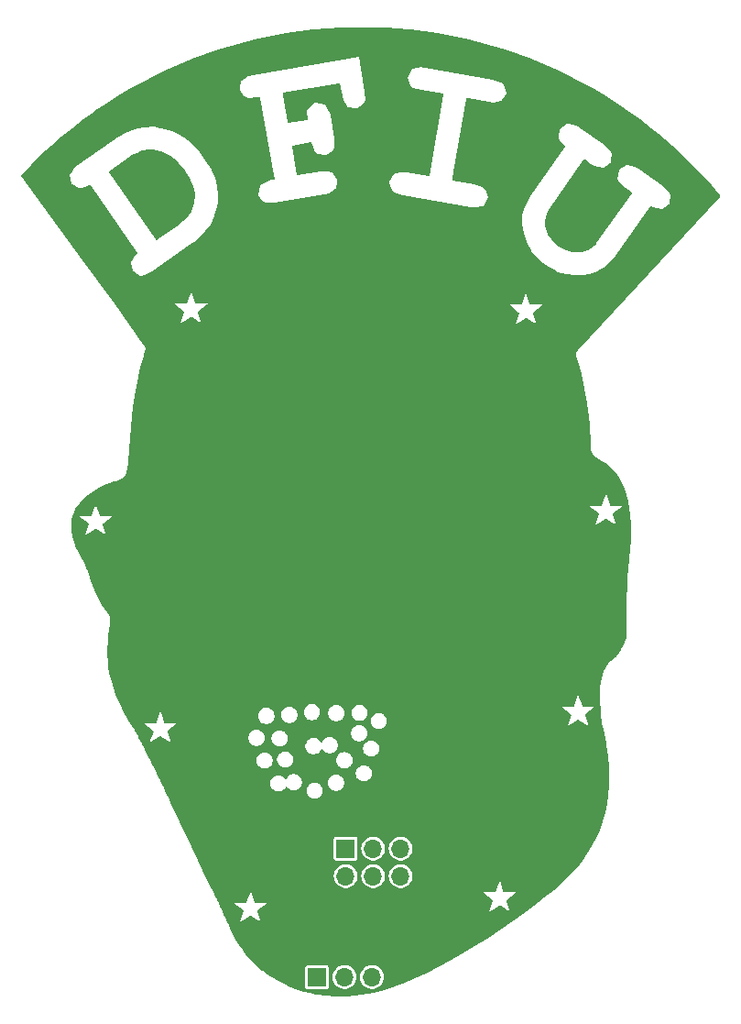
<source format=gbr>
%TF.GenerationSoftware,KiCad,Pcbnew,8.0.5*%
%TF.CreationDate,2024-10-29T18:32:59-07:00*%
%TF.ProjectId,dfiu-ch32v003,64666975-2d63-4683-9332-763030332e6b,rev?*%
%TF.SameCoordinates,Original*%
%TF.FileFunction,Copper,L1,Top*%
%TF.FilePolarity,Positive*%
%FSLAX46Y46*%
G04 Gerber Fmt 4.6, Leading zero omitted, Abs format (unit mm)*
G04 Created by KiCad (PCBNEW 8.0.5) date 2024-10-29 18:32:59*
%MOMM*%
%LPD*%
G01*
G04 APERTURE LIST*
%TA.AperFunction,ComponentPad*%
%ADD10R,1.700000X1.700000*%
%TD*%
%TA.AperFunction,ComponentPad*%
%ADD11O,1.700000X1.700000*%
%TD*%
%TA.AperFunction,ViaPad*%
%ADD12C,0.600000*%
%TD*%
G04 APERTURE END LIST*
D10*
%TO.P,J2,1,Pin_1*%
%TO.N,+3.3V*%
X64790845Y-153029274D03*
D11*
%TO.P,J2,2,Pin_2*%
%TO.N,GND*%
X64790845Y-155569274D03*
%TO.P,J2,3,Pin_3*%
%TO.N,unconnected-(J2-Pin_3-Pad3)*%
X67330845Y-153029274D03*
%TO.P,J2,4,Pin_4*%
%TO.N,unconnected-(J2-Pin_4-Pad4)*%
X67330845Y-155569274D03*
%TO.P,J2,5,Pin_5*%
%TO.N,unconnected-(J2-Pin_5-Pad5)*%
X69870845Y-153029274D03*
%TO.P,J2,6,Pin_6*%
%TO.N,unconnected-(J2-Pin_6-Pad6)*%
X69870845Y-155569274D03*
%TD*%
D10*
%TO.P,J1,1,Pin_1*%
%TO.N,GND*%
X62150000Y-164900000D03*
D11*
%TO.P,J1,2,Pin_2*%
%TO.N,Net-(J1-Pin_2)*%
X64690000Y-164900000D03*
%TO.P,J1,3,Pin_3*%
%TO.N,+3.3V*%
X67230000Y-164900000D03*
%TD*%
D12*
%TO.N,Net-(U1-PD2)*%
X62625000Y-115962500D03*
%TD*%
%TA.AperFunction,Conductor*%
%TO.N,Net-(U1-PD2)*%
G36*
X66923730Y-77165026D02*
G01*
X66925830Y-77165058D01*
X68180397Y-77202679D01*
X68207046Y-77203479D01*
X68209249Y-77203578D01*
X68747697Y-77235803D01*
X69488707Y-77280152D01*
X69490898Y-77280316D01*
X70767509Y-77394975D01*
X70769640Y-77395198D01*
X72042276Y-77547842D01*
X72044453Y-77548136D01*
X73311992Y-77738630D01*
X73314092Y-77738978D01*
X74575423Y-77967157D01*
X74577530Y-77967571D01*
X75795483Y-78225598D01*
X75831451Y-78233218D01*
X75833601Y-78233707D01*
X77079039Y-78536591D01*
X77081174Y-78537144D01*
X78317041Y-78877001D01*
X78319100Y-78877600D01*
X79544362Y-79254148D01*
X79546356Y-79254794D01*
X80759857Y-79667680D01*
X80761851Y-79668391D01*
X81962533Y-80117256D01*
X81964507Y-80118028D01*
X83151243Y-80602450D01*
X83153215Y-80603290D01*
X84324961Y-81122840D01*
X84326906Y-81123737D01*
X85482684Y-81677981D01*
X85484618Y-81678944D01*
X86125374Y-82010045D01*
X86623341Y-82267362D01*
X86625285Y-82268404D01*
X87745918Y-82890458D01*
X87747829Y-82891556D01*
X88849514Y-83546770D01*
X88851327Y-83547885D01*
X89932936Y-84235589D01*
X89934768Y-84236791D01*
X90378062Y-84537558D01*
X90995440Y-84956437D01*
X90997246Y-84957702D01*
X91223824Y-85121497D01*
X92035992Y-85708618D01*
X92037735Y-85709918D01*
X93053669Y-86491466D01*
X93055396Y-86492836D01*
X94047534Y-87304256D01*
X94049220Y-87305677D01*
X94273068Y-87500164D01*
X95008594Y-88139215D01*
X95016777Y-88146324D01*
X95018420Y-88147795D01*
X95960496Y-89016892D01*
X95962094Y-89018411D01*
X96877858Y-89915189D01*
X96879410Y-89916755D01*
X97345512Y-90401226D01*
X97760352Y-90832416D01*
X97768035Y-90840401D01*
X97769505Y-90841974D01*
X98615580Y-91775537D01*
X98630284Y-91791761D01*
X98631734Y-91793411D01*
X99378538Y-92668477D01*
X99403878Y-92698169D01*
X99421360Y-92752041D01*
X99399488Y-92794925D01*
X99401491Y-92796764D01*
X99398210Y-92800337D01*
X99382831Y-92822253D01*
X99376511Y-92830071D01*
X86238311Y-106993912D01*
X86233132Y-106998845D01*
X86189343Y-107046701D01*
X86189005Y-107047068D01*
X86145448Y-107094026D01*
X86144647Y-107095174D01*
X86144353Y-107095591D01*
X86143572Y-107096691D01*
X86114070Y-107153464D01*
X86113837Y-107153908D01*
X86083910Y-107210554D01*
X86083500Y-107211686D01*
X86083322Y-107212170D01*
X86082786Y-107213612D01*
X86068985Y-107276078D01*
X86068875Y-107276568D01*
X86054624Y-107339050D01*
X86054503Y-107340444D01*
X86054461Y-107340911D01*
X86054331Y-107342303D01*
X86057165Y-107406154D01*
X86057186Y-107406656D01*
X86059593Y-107470735D01*
X86059819Y-107472006D01*
X86059906Y-107472510D01*
X86060152Y-107473958D01*
X86079427Y-107534937D01*
X86079577Y-107535417D01*
X86098736Y-107597497D01*
X86101312Y-107604173D01*
X86244327Y-108056609D01*
X86245221Y-108059665D01*
X86559918Y-109227862D01*
X86560711Y-109231094D01*
X86846616Y-110520757D01*
X86847185Y-110523583D01*
X87091573Y-111872687D01*
X87092030Y-111875526D01*
X87282173Y-113221467D01*
X87282469Y-113223834D01*
X87352513Y-113869289D01*
X87352688Y-113871109D01*
X87404653Y-114492816D01*
X87404799Y-114494934D01*
X87436903Y-115081174D01*
X87436999Y-115083727D01*
X87448109Y-115634151D01*
X87448122Y-115635089D01*
X87449371Y-115801608D01*
X87448168Y-115812607D01*
X87448248Y-115812615D01*
X87447790Y-115817438D01*
X87449890Y-115874964D01*
X87449937Y-115877108D01*
X87450300Y-115925625D01*
X87449871Y-115930480D01*
X87450141Y-115930495D01*
X87449876Y-115935335D01*
X87454018Y-115989675D01*
X87454183Y-115992601D01*
X87455729Y-116034983D01*
X87455773Y-116038538D01*
X87455718Y-116043282D01*
X87455718Y-116043284D01*
X87455718Y-116043287D01*
X87455961Y-116045326D01*
X87456100Y-116046778D01*
X87456349Y-116048559D01*
X87460519Y-116083350D01*
X87460633Y-116099955D01*
X87460531Y-116100915D01*
X87460531Y-116100927D01*
X87463887Y-116122272D01*
X87464571Y-116128135D01*
X87466640Y-116155268D01*
X87467011Y-116157942D01*
X87472444Y-116184828D01*
X87473384Y-116190674D01*
X87476113Y-116213434D01*
X87476226Y-116215538D01*
X87476679Y-116219327D01*
X87482272Y-116241260D01*
X87483668Y-116248045D01*
X87487532Y-116272607D01*
X87487431Y-116272622D01*
X87487931Y-116275599D01*
X87488345Y-116275526D01*
X87489194Y-116280303D01*
X87495012Y-116298667D01*
X87497000Y-116306355D01*
X87500401Y-116323187D01*
X87501977Y-116327782D01*
X87501017Y-116328110D01*
X87503799Y-116337615D01*
X87504334Y-116337485D01*
X87505483Y-116342198D01*
X87511273Y-116357123D01*
X87513984Y-116365589D01*
X87517531Y-116379491D01*
X87519336Y-116384001D01*
X87519112Y-116384090D01*
X87525669Y-116402395D01*
X87526005Y-116404278D01*
X87526009Y-116404294D01*
X87531561Y-116416141D01*
X87535096Y-116425184D01*
X87538704Y-116436572D01*
X87540418Y-116439253D01*
X87549802Y-116460953D01*
X87550996Y-116465675D01*
X87556315Y-116475195D01*
X87560702Y-116484519D01*
X87564397Y-116494041D01*
X87567757Y-116498631D01*
X87578287Y-116519061D01*
X87580354Y-116525298D01*
X87580355Y-116525301D01*
X87580356Y-116525303D01*
X87580357Y-116525305D01*
X87585651Y-116533354D01*
X87590825Y-116542604D01*
X87594822Y-116551132D01*
X87599224Y-116556358D01*
X87611044Y-116575832D01*
X87613623Y-116582089D01*
X87613626Y-116582095D01*
X87619368Y-116589606D01*
X87625177Y-116598450D01*
X87629927Y-116606951D01*
X87634426Y-116611579D01*
X87647720Y-116630404D01*
X87650128Y-116635282D01*
X87650131Y-116635287D01*
X87656983Y-116643095D01*
X87663186Y-116651236D01*
X87669306Y-116660540D01*
X87672713Y-116663572D01*
X87687695Y-116682012D01*
X87689072Y-116684411D01*
X87697693Y-116693079D01*
X87704007Y-116700311D01*
X87712185Y-116711007D01*
X87713365Y-116711916D01*
X87726343Y-116725962D01*
X87726593Y-116725749D01*
X87729745Y-116729431D01*
X87740691Y-116739263D01*
X87746860Y-116745504D01*
X87757673Y-116757826D01*
X87761320Y-116761021D01*
X87761210Y-116761145D01*
X87768468Y-116767269D01*
X87771587Y-116770568D01*
X87785179Y-116781614D01*
X87790949Y-116786832D01*
X87804839Y-116800796D01*
X87804841Y-116800797D01*
X87804843Y-116800799D01*
X87808678Y-116803758D01*
X87808393Y-116804126D01*
X87810246Y-116805529D01*
X87810363Y-116805373D01*
X87830562Y-116820409D01*
X87835825Y-116824716D01*
X87852940Y-116840089D01*
X87856037Y-116842212D01*
X87858263Y-116843537D01*
X87876504Y-116856125D01*
X87881143Y-116859602D01*
X87903057Y-116877411D01*
X87903983Y-116878075D01*
X87906502Y-116879660D01*
X87906503Y-116879662D01*
X87924991Y-116891301D01*
X87927762Y-116893046D01*
X87932521Y-116896308D01*
X87946137Y-116906443D01*
X87950109Y-116909400D01*
X87950764Y-116909660D01*
X87965481Y-116917529D01*
X87998877Y-116940576D01*
X87998880Y-116940577D01*
X88002672Y-116942518D01*
X88005917Y-116944282D01*
X88043285Y-116965841D01*
X88045685Y-116967289D01*
X88092082Y-116996499D01*
X88092086Y-116996500D01*
X88096489Y-116998524D01*
X88096354Y-116998817D01*
X88100813Y-117000667D01*
X88144135Y-117024056D01*
X88145882Y-117025031D01*
X88196004Y-117053948D01*
X88196008Y-117053950D01*
X88200487Y-117055804D01*
X88200446Y-117055902D01*
X88210576Y-117059927D01*
X88350429Y-117135432D01*
X88353597Y-117137245D01*
X88503062Y-117227828D01*
X88762784Y-117385232D01*
X88769731Y-117390003D01*
X89133906Y-117671944D01*
X89140124Y-117677338D01*
X89456008Y-117983796D01*
X89476063Y-118003253D01*
X89481440Y-118009058D01*
X89550559Y-118092199D01*
X89710296Y-118284344D01*
X89789505Y-118379622D01*
X89793987Y-118385603D01*
X90073854Y-118801321D01*
X90077469Y-118807279D01*
X90328342Y-119268350D01*
X90331170Y-119274134D01*
X90551966Y-119780371D01*
X90554111Y-119785880D01*
X90743640Y-120336748D01*
X90745212Y-120341925D01*
X90902272Y-120936526D01*
X90903375Y-120941347D01*
X91026864Y-121578651D01*
X91027588Y-121583117D01*
X91116495Y-122261855D01*
X91116918Y-122265981D01*
X91170346Y-122984810D01*
X91170531Y-122988619D01*
X91187695Y-123746237D01*
X91187691Y-123749756D01*
X91167889Y-124544748D01*
X91167736Y-124548004D01*
X91110344Y-125379001D01*
X91110073Y-125382021D01*
X91013580Y-126256200D01*
X91013510Y-126256812D01*
X90962378Y-126687141D01*
X90960177Y-126696193D01*
X90960553Y-126696281D01*
X90959456Y-126700999D01*
X90953628Y-126760650D01*
X90953462Y-126762183D01*
X90946398Y-126821632D01*
X90946460Y-126826484D01*
X90946073Y-126826488D01*
X90946285Y-126835793D01*
X90908586Y-127221617D01*
X90906646Y-127230354D01*
X90907089Y-127230448D01*
X90906083Y-127235187D01*
X90901364Y-127295395D01*
X90901239Y-127296808D01*
X90895367Y-127356897D01*
X90895530Y-127361740D01*
X90895079Y-127361755D01*
X90895461Y-127370699D01*
X90863519Y-127778235D01*
X90861814Y-127786692D01*
X90862308Y-127786788D01*
X90861385Y-127791550D01*
X90857707Y-127852235D01*
X90857617Y-127853539D01*
X90852865Y-127914174D01*
X90853121Y-127919016D01*
X90852615Y-127919042D01*
X90853137Y-127927654D01*
X90827113Y-128357104D01*
X90826120Y-128365498D01*
X90825317Y-128370039D01*
X90822616Y-128431144D01*
X90822553Y-128432351D01*
X90818850Y-128493467D01*
X90819174Y-128498059D01*
X90819285Y-128506523D01*
X90799321Y-128958320D01*
X90798452Y-128966816D01*
X90797833Y-128970656D01*
X90796051Y-129032149D01*
X90796010Y-129033270D01*
X90793294Y-129094756D01*
X90793630Y-129098619D01*
X90793877Y-129107175D01*
X90780127Y-129581580D01*
X90779375Y-129590170D01*
X90778906Y-129593368D01*
X90777987Y-129655178D01*
X90777964Y-129656220D01*
X90776173Y-129718062D01*
X90776502Y-129721279D01*
X90776878Y-129729903D01*
X90769498Y-130226823D01*
X90768857Y-130235500D01*
X90768504Y-130238143D01*
X90768399Y-130300299D01*
X90768391Y-130301270D01*
X90767470Y-130363335D01*
X90767777Y-130365962D01*
X90768275Y-130374653D01*
X90767403Y-130894079D01*
X90766979Y-130900701D01*
X90767281Y-130965887D01*
X90767282Y-130966352D01*
X90767173Y-131031771D01*
X90767616Y-131038399D01*
X90779110Y-133524297D01*
X90771731Y-133556853D01*
X90389861Y-134346595D01*
X90389529Y-134347273D01*
X90336246Y-134454654D01*
X90335515Y-134456089D01*
X90283368Y-134555678D01*
X90282550Y-134557197D01*
X90230190Y-134651761D01*
X90229279Y-134653358D01*
X90176673Y-134743034D01*
X90175664Y-134744703D01*
X90122741Y-134829705D01*
X90121635Y-134831427D01*
X90108585Y-134851143D01*
X90068305Y-134911994D01*
X90067084Y-134913780D01*
X90013285Y-134990108D01*
X90011953Y-134991938D01*
X89957558Y-135064306D01*
X89956117Y-135066161D01*
X89901081Y-135134737D01*
X89899531Y-135136605D01*
X89843587Y-135201811D01*
X89841936Y-135203671D01*
X89785078Y-135265603D01*
X89783334Y-135267439D01*
X89725245Y-135326521D01*
X89723416Y-135328317D01*
X89663976Y-135384724D01*
X89662082Y-135386461D01*
X89601016Y-135440507D01*
X89599070Y-135442170D01*
X89536163Y-135494079D01*
X89534183Y-135495657D01*
X89507562Y-135516134D01*
X89494911Y-135523976D01*
X89487908Y-135527394D01*
X89487895Y-135527403D01*
X89451252Y-135559277D01*
X89447806Y-135562097D01*
X89409296Y-135591720D01*
X89409291Y-135591724D01*
X89404547Y-135597922D01*
X89394358Y-135608768D01*
X89270021Y-135716926D01*
X89263345Y-135722095D01*
X89236096Y-135740807D01*
X89220883Y-135758603D01*
X89213207Y-135766346D01*
X89195537Y-135781718D01*
X89177056Y-135809136D01*
X89171946Y-135815854D01*
X89045082Y-135964274D01*
X89038528Y-135971022D01*
X89016820Y-135990697D01*
X89002089Y-136013543D01*
X88996150Y-136021520D01*
X88978486Y-136042185D01*
X88965865Y-136068618D01*
X88961279Y-136076833D01*
X88852329Y-136245800D01*
X88846006Y-136254223D01*
X88829683Y-136273015D01*
X88829680Y-136273020D01*
X88815849Y-136301405D01*
X88811521Y-136309088D01*
X88794405Y-136335633D01*
X88786786Y-136359341D01*
X88782858Y-136369112D01*
X88690735Y-136558176D01*
X88684817Y-136568224D01*
X88673076Y-136584981D01*
X88673073Y-136584986D01*
X88660746Y-136618812D01*
X88657743Y-136625885D01*
X88641974Y-136658248D01*
X88641974Y-136658250D01*
X88638077Y-136678338D01*
X88634960Y-136689578D01*
X88558536Y-136899314D01*
X88553178Y-136910833D01*
X88545024Y-136925029D01*
X88534736Y-136963760D01*
X88532745Y-136970094D01*
X88519024Y-137007751D01*
X88517590Y-137024066D01*
X88515394Y-137036580D01*
X88453898Y-137268112D01*
X88449204Y-137280901D01*
X88443718Y-137292433D01*
X88443716Y-137292441D01*
X88435804Y-137335370D01*
X88434551Y-137340951D01*
X88423348Y-137383131D01*
X88423348Y-137383136D01*
X88423375Y-137395910D01*
X88422150Y-137409475D01*
X88375232Y-137664100D01*
X88371256Y-137677941D01*
X88367684Y-137686958D01*
X88367681Y-137686971D01*
X88362301Y-137733361D01*
X88361569Y-137738244D01*
X88353110Y-137784155D01*
X88353109Y-137784167D01*
X88353880Y-137793836D01*
X88353622Y-137808233D01*
X88321286Y-138087165D01*
X88318039Y-138101868D01*
X88315802Y-138108634D01*
X88312971Y-138157812D01*
X88312601Y-138162079D01*
X88306931Y-138210994D01*
X88307970Y-138218041D01*
X88308639Y-138233086D01*
X88291127Y-138537317D01*
X88288596Y-138552702D01*
X88287274Y-138557503D01*
X88287273Y-138557512D01*
X88286914Y-138608884D01*
X88286794Y-138612618D01*
X88283842Y-138663915D01*
X88283842Y-138663922D01*
X88284851Y-138668790D01*
X88286387Y-138684312D01*
X88284082Y-139014608D01*
X88282230Y-139030553D01*
X88281520Y-139033663D01*
X88283505Y-139086757D01*
X88283555Y-139090036D01*
X88283184Y-139143200D01*
X88283185Y-139143208D01*
X88283989Y-139146293D01*
X88286325Y-139162177D01*
X88299669Y-139519069D01*
X88298456Y-139535458D01*
X88298144Y-139537118D01*
X88298144Y-139537119D01*
X88302323Y-139591578D01*
X88302488Y-139594474D01*
X88304529Y-139649075D01*
X88305030Y-139650698D01*
X88308097Y-139666836D01*
X88337550Y-140050678D01*
X88336935Y-140067404D01*
X88336868Y-140067846D01*
X88336868Y-140067852D01*
X88336868Y-140067855D01*
X88338372Y-140081291D01*
X88343084Y-140123391D01*
X88343326Y-140125959D01*
X88347599Y-140181639D01*
X88347601Y-140181646D01*
X88347747Y-140182061D01*
X88351480Y-140198381D01*
X88397494Y-140609380D01*
X88397450Y-140621310D01*
X88397504Y-140625785D01*
X88405602Y-140682123D01*
X88405895Y-140684418D01*
X88412225Y-140740954D01*
X88413299Y-140745297D01*
X88416342Y-140756832D01*
X88479338Y-141195037D01*
X88479623Y-141205933D01*
X88479729Y-141205929D01*
X88479923Y-141210768D01*
X88489756Y-141267712D01*
X88490082Y-141269773D01*
X88498306Y-141326973D01*
X88499616Y-141331639D01*
X88499512Y-141331667D01*
X88502607Y-141342120D01*
X88582977Y-141807505D01*
X88583523Y-141817829D01*
X88583728Y-141817816D01*
X88584046Y-141822653D01*
X88595478Y-141880040D01*
X88595824Y-141881903D01*
X88605788Y-141939595D01*
X88607232Y-141944232D01*
X88607037Y-141944292D01*
X88610236Y-141954122D01*
X88721162Y-142510954D01*
X88721317Y-142511755D01*
X88851575Y-143205495D01*
X88898892Y-143457506D01*
X88908621Y-143509319D01*
X88909193Y-143512831D01*
X88910415Y-143521656D01*
X89042536Y-144476557D01*
X89042957Y-144480302D01*
X89124467Y-145419608D01*
X89124704Y-145423579D01*
X89154707Y-146338217D01*
X89154726Y-146342402D01*
X89133563Y-147232273D01*
X89133329Y-147236652D01*
X89061327Y-148101673D01*
X89060807Y-148106215D01*
X88938275Y-148946370D01*
X88937442Y-148951032D01*
X88764636Y-149766439D01*
X88763469Y-149771172D01*
X88540580Y-150561964D01*
X88539068Y-150566710D01*
X88266198Y-151333092D01*
X88264343Y-151337789D01*
X87941508Y-152079952D01*
X87939325Y-152084535D01*
X87566409Y-152802738D01*
X87563924Y-152807147D01*
X87140755Y-153501521D01*
X87138008Y-153505703D01*
X86664314Y-154176361D01*
X86661352Y-154180273D01*
X86136817Y-154827226D01*
X86133690Y-154830838D01*
X85556771Y-155455307D01*
X85553857Y-155458288D01*
X84854012Y-156135023D01*
X84851750Y-156137121D01*
X84052358Y-156848069D01*
X84050459Y-156849701D01*
X83164863Y-157585199D01*
X83163221Y-157586524D01*
X82203800Y-158338172D01*
X82202338Y-158339288D01*
X81181378Y-159098962D01*
X81180038Y-159099936D01*
X80109623Y-159859779D01*
X80108358Y-159860657D01*
X79000566Y-160612879D01*
X78999339Y-160613695D01*
X77866047Y-161350690D01*
X77864820Y-161351471D01*
X76718062Y-162065566D01*
X76716800Y-162066334D01*
X75568657Y-162749856D01*
X75567319Y-162750634D01*
X74429740Y-163396030D01*
X74428277Y-163396838D01*
X73313442Y-163996462D01*
X73311791Y-163997323D01*
X72231994Y-164543536D01*
X72230068Y-164544476D01*
X71197830Y-165029618D01*
X71195500Y-165030664D01*
X70223789Y-165447047D01*
X70220855Y-165448231D01*
X69320701Y-165789183D01*
X69317547Y-165790297D01*
X68685657Y-165997510D01*
X68682853Y-165998368D01*
X68052376Y-166177779D01*
X68049500Y-166178536D01*
X67422688Y-166329966D01*
X67419743Y-166330614D01*
X66797389Y-166454376D01*
X66794378Y-166454910D01*
X66177220Y-166551327D01*
X66174147Y-166551741D01*
X65562898Y-166621152D01*
X65559766Y-166621441D01*
X64955059Y-166664181D01*
X64951872Y-166664337D01*
X64354534Y-166680731D01*
X64351297Y-166680749D01*
X63761958Y-166671134D01*
X63758676Y-166671008D01*
X63178049Y-166635717D01*
X63174726Y-166635440D01*
X62603515Y-166574803D01*
X62600166Y-166574369D01*
X62518368Y-166561883D01*
X62039057Y-166488718D01*
X62035677Y-166488121D01*
X61485363Y-166377787D01*
X61481965Y-166377022D01*
X60943115Y-166242331D01*
X60939708Y-166241393D01*
X60412978Y-166082661D01*
X60409574Y-166081544D01*
X59895659Y-165899106D01*
X59892282Y-165897813D01*
X59506000Y-165738934D01*
X59391788Y-165691958D01*
X59388421Y-165690474D01*
X58902062Y-165461536D01*
X58898732Y-165459865D01*
X58427059Y-165208098D01*
X58423780Y-165206239D01*
X58131698Y-165030664D01*
X57967504Y-164931964D01*
X57964332Y-164929945D01*
X57523995Y-164633381D01*
X57520877Y-164631160D01*
X57097240Y-164312656D01*
X57094204Y-164310247D01*
X56753903Y-164025326D01*
X61049500Y-164025326D01*
X61049500Y-165774674D01*
X61064034Y-165847740D01*
X61119399Y-165930601D01*
X61202260Y-165985966D01*
X61275326Y-166000500D01*
X61275328Y-166000500D01*
X63024672Y-166000500D01*
X63024674Y-166000500D01*
X63097740Y-165985966D01*
X63180601Y-165930601D01*
X63235966Y-165847740D01*
X63250500Y-165774674D01*
X63250500Y-164899996D01*
X63584785Y-164899996D01*
X63584785Y-164900003D01*
X63603601Y-165103076D01*
X63603602Y-165103082D01*
X63659416Y-165299244D01*
X63659418Y-165299250D01*
X63750327Y-165481821D01*
X63750328Y-165481822D01*
X63750329Y-165481825D01*
X63873234Y-165644578D01*
X63873235Y-165644579D01*
X64010637Y-165769836D01*
X64023959Y-165781981D01*
X64197363Y-165889348D01*
X64387544Y-165963024D01*
X64588024Y-166000500D01*
X64588026Y-166000500D01*
X64791974Y-166000500D01*
X64791976Y-166000500D01*
X64992456Y-165963024D01*
X65182637Y-165889348D01*
X65356041Y-165781981D01*
X65506764Y-165644579D01*
X65629673Y-165481821D01*
X65720582Y-165299250D01*
X65776397Y-165103083D01*
X65777072Y-165095807D01*
X65795215Y-164900003D01*
X65795215Y-164899996D01*
X66124785Y-164899996D01*
X66124785Y-164900003D01*
X66143601Y-165103076D01*
X66143602Y-165103082D01*
X66199416Y-165299244D01*
X66199418Y-165299250D01*
X66290327Y-165481821D01*
X66290328Y-165481822D01*
X66290329Y-165481825D01*
X66413234Y-165644578D01*
X66413235Y-165644579D01*
X66550637Y-165769836D01*
X66563959Y-165781981D01*
X66737363Y-165889348D01*
X66927544Y-165963024D01*
X67128024Y-166000500D01*
X67128026Y-166000500D01*
X67331974Y-166000500D01*
X67331976Y-166000500D01*
X67532456Y-165963024D01*
X67722637Y-165889348D01*
X67896041Y-165781981D01*
X68046764Y-165644579D01*
X68169673Y-165481821D01*
X68260582Y-165299250D01*
X68316397Y-165103083D01*
X68317072Y-165095807D01*
X68335215Y-164900003D01*
X68335215Y-164899996D01*
X68316398Y-164696923D01*
X68316397Y-164696917D01*
X68273023Y-164544476D01*
X68260582Y-164500750D01*
X68169673Y-164318179D01*
X68169670Y-164318175D01*
X68169670Y-164318174D01*
X68046765Y-164155421D01*
X68046764Y-164155420D01*
X67896041Y-164018019D01*
X67861225Y-163996462D01*
X67722637Y-163910652D01*
X67532456Y-163836976D01*
X67444407Y-163820516D01*
X67331979Y-163799500D01*
X67331976Y-163799500D01*
X67128024Y-163799500D01*
X67128020Y-163799500D01*
X66978116Y-163827522D01*
X66927544Y-163836976D01*
X66927542Y-163836976D01*
X66927540Y-163836977D01*
X66778899Y-163894561D01*
X66737363Y-163910652D01*
X66737358Y-163910654D01*
X66737358Y-163910655D01*
X66563958Y-164018019D01*
X66563957Y-164018019D01*
X66413235Y-164155420D01*
X66413234Y-164155421D01*
X66290329Y-164318174D01*
X66290328Y-164318177D01*
X66199418Y-164500750D01*
X66199416Y-164500755D01*
X66143602Y-164696917D01*
X66143601Y-164696923D01*
X66124785Y-164899996D01*
X65795215Y-164899996D01*
X65776398Y-164696923D01*
X65776397Y-164696917D01*
X65733023Y-164544476D01*
X65720582Y-164500750D01*
X65629673Y-164318179D01*
X65629670Y-164318175D01*
X65629670Y-164318174D01*
X65506765Y-164155421D01*
X65506764Y-164155420D01*
X65356041Y-164018019D01*
X65321225Y-163996462D01*
X65182637Y-163910652D01*
X64992456Y-163836976D01*
X64904407Y-163820516D01*
X64791979Y-163799500D01*
X64791976Y-163799500D01*
X64588024Y-163799500D01*
X64588020Y-163799500D01*
X64438116Y-163827522D01*
X64387544Y-163836976D01*
X64387542Y-163836976D01*
X64387540Y-163836977D01*
X64238899Y-163894561D01*
X64197363Y-163910652D01*
X64197358Y-163910654D01*
X64197358Y-163910655D01*
X64023958Y-164018019D01*
X64023957Y-164018019D01*
X63873235Y-164155420D01*
X63873234Y-164155421D01*
X63750329Y-164318174D01*
X63750328Y-164318177D01*
X63659418Y-164500750D01*
X63659416Y-164500755D01*
X63603602Y-164696917D01*
X63603601Y-164696923D01*
X63584785Y-164899996D01*
X63250500Y-164899996D01*
X63250500Y-164025326D01*
X63235966Y-163952260D01*
X63180601Y-163869399D01*
X63143990Y-163844937D01*
X63097740Y-163814034D01*
X63024674Y-163799500D01*
X61275326Y-163799500D01*
X61226615Y-163809189D01*
X61202259Y-163814034D01*
X61119399Y-163869398D01*
X61119398Y-163869399D01*
X61064034Y-163952259D01*
X61060766Y-163968687D01*
X61049500Y-164025326D01*
X56753903Y-164025326D01*
X56687742Y-163969932D01*
X56684818Y-163967349D01*
X56296294Y-163605567D01*
X56293497Y-163602821D01*
X55923434Y-163219686D01*
X55920778Y-163216786D01*
X55569847Y-162812524D01*
X55567346Y-162809483D01*
X55236186Y-162384273D01*
X55233870Y-162381130D01*
X54923125Y-161935114D01*
X54920988Y-161931866D01*
X54631345Y-161465227D01*
X54629377Y-161461862D01*
X54613180Y-161432407D01*
X54361533Y-160974765D01*
X54359757Y-160971325D01*
X54336510Y-160923246D01*
X54114377Y-160463842D01*
X54112803Y-160460359D01*
X54072215Y-160363956D01*
X53885963Y-159921581D01*
X53885721Y-159920996D01*
X53880897Y-159909216D01*
X53860654Y-159859779D01*
X53812745Y-159742778D01*
X53810335Y-159733990D01*
X53809926Y-159734107D01*
X53808596Y-159729442D01*
X53784693Y-159674235D01*
X53784161Y-159672974D01*
X53761320Y-159617192D01*
X53761316Y-159617187D01*
X53758912Y-159612982D01*
X53759279Y-159612771D01*
X53754676Y-159604904D01*
X53676925Y-159425327D01*
X53674506Y-159417104D01*
X53674001Y-159417258D01*
X53672590Y-159412619D01*
X53672590Y-159412616D01*
X53647405Y-159357122D01*
X53646943Y-159356081D01*
X53622715Y-159300120D01*
X53622714Y-159300119D01*
X53622714Y-159300118D01*
X53620225Y-159295960D01*
X53620673Y-159295691D01*
X53616204Y-159288369D01*
X53530154Y-159098758D01*
X53331591Y-158661225D01*
X53328521Y-158653270D01*
X53327248Y-158649308D01*
X53327248Y-158649303D01*
X53300995Y-158593784D01*
X53300538Y-158592798D01*
X53275146Y-158536845D01*
X53275144Y-158536842D01*
X53275142Y-158536838D01*
X53272938Y-158533299D01*
X53268857Y-158525816D01*
X53042988Y-158048133D01*
X54448796Y-158048133D01*
X55335620Y-158743022D01*
X55363439Y-158792356D01*
X55360310Y-158824278D01*
X55015927Y-159877023D01*
X55015928Y-159877023D01*
X55015928Y-159877024D01*
X55957626Y-159250629D01*
X56013195Y-159239696D01*
X56039463Y-159250545D01*
X56303399Y-159425327D01*
X56985501Y-159877024D01*
X56985501Y-159877023D01*
X56985502Y-159877024D01*
X56641120Y-158824277D01*
X56645451Y-158767806D01*
X56665808Y-158743023D01*
X57552634Y-158048133D01*
X56438910Y-158048133D01*
X56386584Y-158026459D01*
X56368943Y-157998230D01*
X56368859Y-157997985D01*
X56050880Y-157074703D01*
X77475279Y-157074703D01*
X78362103Y-157769592D01*
X78389922Y-157818926D01*
X78386793Y-157850848D01*
X78042410Y-158903593D01*
X78042411Y-158903593D01*
X78042411Y-158903594D01*
X78984109Y-158277199D01*
X79039678Y-158266266D01*
X79065946Y-158277115D01*
X79144021Y-158328817D01*
X80011984Y-158903594D01*
X80011984Y-158903593D01*
X80011985Y-158903594D01*
X79667603Y-157850847D01*
X79671934Y-157794376D01*
X79692291Y-157769593D01*
X80579117Y-157074703D01*
X79465393Y-157074703D01*
X79413067Y-157053029D01*
X79395426Y-157024800D01*
X79360250Y-156922662D01*
X79025000Y-155949232D01*
X79024999Y-155949233D01*
X78658858Y-157024555D01*
X78621474Y-157067102D01*
X78588807Y-157074703D01*
X77475279Y-157074703D01*
X56050880Y-157074703D01*
X55998517Y-156922662D01*
X55998516Y-156922663D01*
X55632375Y-157997985D01*
X55594991Y-158040532D01*
X55562324Y-158048133D01*
X54448796Y-158048133D01*
X53042988Y-158048133D01*
X52923447Y-157795321D01*
X52920224Y-157787332D01*
X52919138Y-157784113D01*
X52912014Y-157769592D01*
X52905887Y-157757103D01*
X52891919Y-157728629D01*
X52891457Y-157727670D01*
X52865078Y-157671881D01*
X52865075Y-157671877D01*
X52863235Y-157669023D01*
X52858994Y-157661519D01*
X52853418Y-157650154D01*
X52468172Y-156864881D01*
X52467991Y-156864507D01*
X52460831Y-156849701D01*
X52268161Y-156451255D01*
X51841673Y-155569270D01*
X63685630Y-155569270D01*
X63685630Y-155569277D01*
X63704446Y-155772350D01*
X63704447Y-155772356D01*
X63754774Y-155949232D01*
X63760263Y-155968524D01*
X63851172Y-156151095D01*
X63851173Y-156151096D01*
X63851174Y-156151099D01*
X63974079Y-156313852D01*
X63974080Y-156313853D01*
X64111482Y-156439110D01*
X64124804Y-156451255D01*
X64298208Y-156558622D01*
X64488389Y-156632298D01*
X64688869Y-156669774D01*
X64688871Y-156669774D01*
X64892819Y-156669774D01*
X64892821Y-156669774D01*
X65093301Y-156632298D01*
X65283482Y-156558622D01*
X65456886Y-156451255D01*
X65607609Y-156313853D01*
X65730518Y-156151095D01*
X65821427Y-155968524D01*
X65877242Y-155772357D01*
X65896060Y-155569274D01*
X65896060Y-155569270D01*
X66225630Y-155569270D01*
X66225630Y-155569277D01*
X66244446Y-155772350D01*
X66244447Y-155772356D01*
X66294774Y-155949232D01*
X66300263Y-155968524D01*
X66391172Y-156151095D01*
X66391173Y-156151096D01*
X66391174Y-156151099D01*
X66514079Y-156313852D01*
X66514080Y-156313853D01*
X66651482Y-156439110D01*
X66664804Y-156451255D01*
X66838208Y-156558622D01*
X67028389Y-156632298D01*
X67228869Y-156669774D01*
X67228871Y-156669774D01*
X67432819Y-156669774D01*
X67432821Y-156669774D01*
X67633301Y-156632298D01*
X67823482Y-156558622D01*
X67996886Y-156451255D01*
X68147609Y-156313853D01*
X68270518Y-156151095D01*
X68361427Y-155968524D01*
X68417242Y-155772357D01*
X68436060Y-155569274D01*
X68436060Y-155569270D01*
X68765630Y-155569270D01*
X68765630Y-155569277D01*
X68784446Y-155772350D01*
X68784447Y-155772356D01*
X68834774Y-155949232D01*
X68840263Y-155968524D01*
X68931172Y-156151095D01*
X68931173Y-156151096D01*
X68931174Y-156151099D01*
X69054079Y-156313852D01*
X69054080Y-156313853D01*
X69191482Y-156439110D01*
X69204804Y-156451255D01*
X69378208Y-156558622D01*
X69568389Y-156632298D01*
X69768869Y-156669774D01*
X69768871Y-156669774D01*
X69972819Y-156669774D01*
X69972821Y-156669774D01*
X70173301Y-156632298D01*
X70363482Y-156558622D01*
X70536886Y-156451255D01*
X70687609Y-156313853D01*
X70810518Y-156151095D01*
X70901427Y-155968524D01*
X70957242Y-155772357D01*
X70976060Y-155569274D01*
X70976060Y-155569270D01*
X70957243Y-155366197D01*
X70957242Y-155366191D01*
X70901428Y-155170029D01*
X70901427Y-155170024D01*
X70810518Y-154987453D01*
X70810515Y-154987449D01*
X70810515Y-154987448D01*
X70687610Y-154824695D01*
X70687609Y-154824694D01*
X70536886Y-154687293D01*
X70363482Y-154579926D01*
X70173301Y-154506250D01*
X70085252Y-154489790D01*
X69972824Y-154468774D01*
X69972821Y-154468774D01*
X69768869Y-154468774D01*
X69768865Y-154468774D01*
X69618961Y-154496796D01*
X69568389Y-154506250D01*
X69568387Y-154506250D01*
X69568385Y-154506251D01*
X69378213Y-154579924D01*
X69378208Y-154579926D01*
X69378203Y-154579928D01*
X69378203Y-154579929D01*
X69204803Y-154687293D01*
X69204802Y-154687293D01*
X69054080Y-154824694D01*
X69054079Y-154824695D01*
X68931174Y-154987448D01*
X68931173Y-154987451D01*
X68840263Y-155170024D01*
X68840261Y-155170029D01*
X68784447Y-155366191D01*
X68784446Y-155366197D01*
X68765630Y-155569270D01*
X68436060Y-155569270D01*
X68417243Y-155366197D01*
X68417242Y-155366191D01*
X68361428Y-155170029D01*
X68361427Y-155170024D01*
X68270518Y-154987453D01*
X68270515Y-154987449D01*
X68270515Y-154987448D01*
X68147610Y-154824695D01*
X68147609Y-154824694D01*
X67996886Y-154687293D01*
X67823482Y-154579926D01*
X67633301Y-154506250D01*
X67545252Y-154489790D01*
X67432824Y-154468774D01*
X67432821Y-154468774D01*
X67228869Y-154468774D01*
X67228865Y-154468774D01*
X67078961Y-154496796D01*
X67028389Y-154506250D01*
X67028387Y-154506250D01*
X67028385Y-154506251D01*
X66838213Y-154579924D01*
X66838208Y-154579926D01*
X66838203Y-154579928D01*
X66838203Y-154579929D01*
X66664803Y-154687293D01*
X66664802Y-154687293D01*
X66514080Y-154824694D01*
X66514079Y-154824695D01*
X66391174Y-154987448D01*
X66391173Y-154987451D01*
X66300263Y-155170024D01*
X66300261Y-155170029D01*
X66244447Y-155366191D01*
X66244446Y-155366197D01*
X66225630Y-155569270D01*
X65896060Y-155569270D01*
X65877243Y-155366197D01*
X65877242Y-155366191D01*
X65821428Y-155170029D01*
X65821427Y-155170024D01*
X65730518Y-154987453D01*
X65730515Y-154987449D01*
X65730515Y-154987448D01*
X65607610Y-154824695D01*
X65607609Y-154824694D01*
X65456886Y-154687293D01*
X65283482Y-154579926D01*
X65093301Y-154506250D01*
X65005252Y-154489790D01*
X64892824Y-154468774D01*
X64892821Y-154468774D01*
X64688869Y-154468774D01*
X64688865Y-154468774D01*
X64538961Y-154496796D01*
X64488389Y-154506250D01*
X64488387Y-154506250D01*
X64488385Y-154506251D01*
X64298213Y-154579924D01*
X64298208Y-154579926D01*
X64298203Y-154579928D01*
X64298203Y-154579929D01*
X64124803Y-154687293D01*
X64124802Y-154687293D01*
X63974080Y-154824694D01*
X63974079Y-154824695D01*
X63851174Y-154987448D01*
X63851173Y-154987451D01*
X63760263Y-155170024D01*
X63760261Y-155170029D01*
X63704447Y-155366191D01*
X63704446Y-155366197D01*
X63685630Y-155569270D01*
X51841673Y-155569270D01*
X50949066Y-153723343D01*
X50948799Y-153722786D01*
X50206585Y-152154600D01*
X63690345Y-152154600D01*
X63690345Y-153903948D01*
X63704879Y-153977014D01*
X63760244Y-154059875D01*
X63843105Y-154115240D01*
X63916171Y-154129774D01*
X63916173Y-154129774D01*
X65665517Y-154129774D01*
X65665519Y-154129774D01*
X65738585Y-154115240D01*
X65821446Y-154059875D01*
X65876811Y-153977014D01*
X65891345Y-153903948D01*
X65891345Y-153029270D01*
X66225630Y-153029270D01*
X66225630Y-153029277D01*
X66244446Y-153232350D01*
X66244447Y-153232356D01*
X66300261Y-153428518D01*
X66300263Y-153428524D01*
X66391172Y-153611095D01*
X66391173Y-153611096D01*
X66391174Y-153611099D01*
X66514079Y-153773852D01*
X66514080Y-153773853D01*
X66651482Y-153899110D01*
X66664804Y-153911255D01*
X66838208Y-154018622D01*
X67028389Y-154092298D01*
X67228869Y-154129774D01*
X67228871Y-154129774D01*
X67432819Y-154129774D01*
X67432821Y-154129774D01*
X67633301Y-154092298D01*
X67823482Y-154018622D01*
X67996886Y-153911255D01*
X68147609Y-153773853D01*
X68185753Y-153723343D01*
X68270515Y-153611099D01*
X68270515Y-153611098D01*
X68270518Y-153611095D01*
X68361427Y-153428524D01*
X68417242Y-153232357D01*
X68436060Y-153029274D01*
X68436060Y-153029270D01*
X68765630Y-153029270D01*
X68765630Y-153029277D01*
X68784446Y-153232350D01*
X68784447Y-153232356D01*
X68840261Y-153428518D01*
X68840263Y-153428524D01*
X68931172Y-153611095D01*
X68931173Y-153611096D01*
X68931174Y-153611099D01*
X69054079Y-153773852D01*
X69054080Y-153773853D01*
X69191482Y-153899110D01*
X69204804Y-153911255D01*
X69378208Y-154018622D01*
X69568389Y-154092298D01*
X69768869Y-154129774D01*
X69768871Y-154129774D01*
X69972819Y-154129774D01*
X69972821Y-154129774D01*
X70173301Y-154092298D01*
X70363482Y-154018622D01*
X70536886Y-153911255D01*
X70687609Y-153773853D01*
X70725753Y-153723343D01*
X70810515Y-153611099D01*
X70810515Y-153611098D01*
X70810518Y-153611095D01*
X70901427Y-153428524D01*
X70957242Y-153232357D01*
X70976060Y-153029274D01*
X70957242Y-152826191D01*
X70901427Y-152630024D01*
X70810518Y-152447453D01*
X70810515Y-152447449D01*
X70810515Y-152447448D01*
X70687610Y-152284695D01*
X70687609Y-152284694D01*
X70536886Y-152147293D01*
X70430681Y-152081534D01*
X70363482Y-152039926D01*
X70173301Y-151966250D01*
X70085252Y-151949790D01*
X69972824Y-151928774D01*
X69972821Y-151928774D01*
X69768869Y-151928774D01*
X69768865Y-151928774D01*
X69618961Y-151956796D01*
X69568389Y-151966250D01*
X69568387Y-151966250D01*
X69568385Y-151966251D01*
X69378213Y-152039924D01*
X69378208Y-152039926D01*
X69378203Y-152039928D01*
X69378203Y-152039929D01*
X69204803Y-152147293D01*
X69204802Y-152147293D01*
X69054080Y-152284694D01*
X69054079Y-152284695D01*
X68931174Y-152447448D01*
X68931173Y-152447451D01*
X68840263Y-152630024D01*
X68840261Y-152630029D01*
X68784447Y-152826191D01*
X68784446Y-152826197D01*
X68765630Y-153029270D01*
X68436060Y-153029270D01*
X68417242Y-152826191D01*
X68361427Y-152630024D01*
X68270518Y-152447453D01*
X68270515Y-152447449D01*
X68270515Y-152447448D01*
X68147610Y-152284695D01*
X68147609Y-152284694D01*
X67996886Y-152147293D01*
X67890681Y-152081534D01*
X67823482Y-152039926D01*
X67633301Y-151966250D01*
X67545252Y-151949790D01*
X67432824Y-151928774D01*
X67432821Y-151928774D01*
X67228869Y-151928774D01*
X67228865Y-151928774D01*
X67078961Y-151956796D01*
X67028389Y-151966250D01*
X67028387Y-151966250D01*
X67028385Y-151966251D01*
X66838213Y-152039924D01*
X66838208Y-152039926D01*
X66838203Y-152039928D01*
X66838203Y-152039929D01*
X66664803Y-152147293D01*
X66664802Y-152147293D01*
X66514080Y-152284694D01*
X66514079Y-152284695D01*
X66391174Y-152447448D01*
X66391173Y-152447451D01*
X66300263Y-152630024D01*
X66300261Y-152630029D01*
X66244447Y-152826191D01*
X66244446Y-152826197D01*
X66225630Y-153029270D01*
X65891345Y-153029270D01*
X65891345Y-152154600D01*
X65876811Y-152081534D01*
X65821446Y-151998673D01*
X65738585Y-151943308D01*
X65665519Y-151928774D01*
X63916171Y-151928774D01*
X63867460Y-151938463D01*
X63843104Y-151943308D01*
X63760244Y-151998672D01*
X63760243Y-151998673D01*
X63704879Y-152081533D01*
X63704879Y-152081534D01*
X63690345Y-152154600D01*
X50206585Y-152154600D01*
X48708947Y-148990317D01*
X48708933Y-148990287D01*
X48489180Y-148525442D01*
X48117608Y-147739450D01*
X48115311Y-147733684D01*
X48109539Y-147721659D01*
X48086895Y-147674481D01*
X48086707Y-147674086D01*
X48058667Y-147614771D01*
X48055623Y-147609329D01*
X47968788Y-147428416D01*
X47727677Y-146926082D01*
X57824500Y-146926082D01*
X57824500Y-147073918D01*
X57828107Y-147092049D01*
X57853340Y-147218907D01*
X57853343Y-147218917D01*
X57909915Y-147355494D01*
X57977133Y-147456092D01*
X57992049Y-147478416D01*
X58096584Y-147582951D01*
X58219505Y-147665084D01*
X58356087Y-147721658D01*
X58501082Y-147750500D01*
X58501084Y-147750500D01*
X58648916Y-147750500D01*
X58648918Y-147750500D01*
X58793913Y-147721658D01*
X58930495Y-147665084D01*
X59053416Y-147582951D01*
X59157951Y-147478416D01*
X59240084Y-147355495D01*
X59248964Y-147334055D01*
X59289011Y-147294008D01*
X59345648Y-147294006D01*
X59378860Y-147321262D01*
X59417049Y-147378416D01*
X59521584Y-147482951D01*
X59644505Y-147565084D01*
X59781087Y-147621658D01*
X59926082Y-147650500D01*
X59926084Y-147650500D01*
X60073916Y-147650500D01*
X60073918Y-147650500D01*
X60218913Y-147621658D01*
X60268586Y-147601083D01*
X61174500Y-147601083D01*
X61174500Y-147748916D01*
X61203340Y-147893907D01*
X61203343Y-147893917D01*
X61259915Y-148030494D01*
X61341327Y-148152335D01*
X61342049Y-148153416D01*
X61446584Y-148257951D01*
X61569505Y-148340084D01*
X61706087Y-148396658D01*
X61851082Y-148425500D01*
X61851084Y-148425500D01*
X61998916Y-148425500D01*
X61998918Y-148425500D01*
X62143913Y-148396658D01*
X62280495Y-148340084D01*
X62403416Y-148257951D01*
X62507951Y-148153416D01*
X62590084Y-148030495D01*
X62646658Y-147893913D01*
X62675500Y-147748918D01*
X62675500Y-147601082D01*
X62646658Y-147456087D01*
X62590084Y-147319505D01*
X62507951Y-147196584D01*
X62403416Y-147092049D01*
X62280495Y-147009916D01*
X62280496Y-147009916D01*
X62280494Y-147009915D01*
X62143917Y-146953343D01*
X62143907Y-146953340D01*
X62046811Y-146934026D01*
X61998918Y-146924500D01*
X61851082Y-146924500D01*
X61809977Y-146932676D01*
X61706092Y-146953340D01*
X61706082Y-146953343D01*
X61569505Y-147009915D01*
X61446584Y-147092048D01*
X61446583Y-147092050D01*
X61342050Y-147196583D01*
X61342048Y-147196584D01*
X61259915Y-147319505D01*
X61203343Y-147456082D01*
X61203340Y-147456092D01*
X61174500Y-147601083D01*
X60268586Y-147601083D01*
X60355495Y-147565084D01*
X60478416Y-147482951D01*
X60582951Y-147378416D01*
X60665084Y-147255495D01*
X60721658Y-147118913D01*
X60750500Y-146973918D01*
X60750500Y-146876083D01*
X63149500Y-146876083D01*
X63149500Y-147023916D01*
X63178340Y-147168907D01*
X63178343Y-147168917D01*
X63234915Y-147305494D01*
X63283641Y-147378417D01*
X63317049Y-147428416D01*
X63421584Y-147532951D01*
X63544505Y-147615084D01*
X63681087Y-147671658D01*
X63826082Y-147700500D01*
X63826084Y-147700500D01*
X63973916Y-147700500D01*
X63973918Y-147700500D01*
X64118913Y-147671658D01*
X64255495Y-147615084D01*
X64378416Y-147532951D01*
X64482951Y-147428416D01*
X64565084Y-147305495D01*
X64621658Y-147168913D01*
X64650500Y-147023918D01*
X64650500Y-146876082D01*
X64621658Y-146731087D01*
X64565084Y-146594505D01*
X64482951Y-146471584D01*
X64378416Y-146367049D01*
X64341530Y-146342402D01*
X64255494Y-146284915D01*
X64118917Y-146228343D01*
X64118907Y-146228340D01*
X64021811Y-146209026D01*
X63973918Y-146199500D01*
X63826082Y-146199500D01*
X63784977Y-146207676D01*
X63681092Y-146228340D01*
X63681082Y-146228343D01*
X63544505Y-146284915D01*
X63421584Y-146367048D01*
X63421583Y-146367050D01*
X63317050Y-146471583D01*
X63317048Y-146471584D01*
X63234915Y-146594505D01*
X63178343Y-146731082D01*
X63178340Y-146731092D01*
X63149500Y-146876083D01*
X60750500Y-146876083D01*
X60750500Y-146826082D01*
X60721658Y-146681087D01*
X60665084Y-146544505D01*
X60582951Y-146421584D01*
X60478416Y-146317049D01*
X60443797Y-146293917D01*
X60355494Y-146234915D01*
X60218917Y-146178343D01*
X60218907Y-146178340D01*
X60121811Y-146159026D01*
X60073918Y-146149500D01*
X59926082Y-146149500D01*
X59884977Y-146157676D01*
X59781092Y-146178340D01*
X59781082Y-146178343D01*
X59644505Y-146234915D01*
X59521584Y-146317048D01*
X59521583Y-146317050D01*
X59417050Y-146421583D01*
X59417048Y-146421584D01*
X59334914Y-146544507D01*
X59326034Y-146565945D01*
X59285985Y-146605993D01*
X59229348Y-146605991D01*
X59196139Y-146578737D01*
X59173267Y-146544507D01*
X59157951Y-146521584D01*
X59053416Y-146417049D01*
X59030110Y-146401476D01*
X58930494Y-146334915D01*
X58793917Y-146278343D01*
X58793907Y-146278340D01*
X58696811Y-146259026D01*
X58648918Y-146249500D01*
X58501082Y-146249500D01*
X58459977Y-146257676D01*
X58356092Y-146278340D01*
X58356082Y-146278343D01*
X58219505Y-146334915D01*
X58096584Y-146417048D01*
X58096583Y-146417050D01*
X57992050Y-146521583D01*
X57992048Y-146521584D01*
X57909915Y-146644505D01*
X57853343Y-146781082D01*
X57853340Y-146781092D01*
X57832372Y-146886507D01*
X57824500Y-146926082D01*
X47727677Y-146926082D01*
X47530601Y-146515493D01*
X47527965Y-146508996D01*
X47527511Y-146508067D01*
X47527511Y-146508064D01*
X47499453Y-146450595D01*
X47499238Y-146450150D01*
X47471104Y-146391535D01*
X47467632Y-146385419D01*
X47442975Y-146334915D01*
X47279989Y-146001083D01*
X65724500Y-146001083D01*
X65724500Y-146148916D01*
X65753340Y-146293907D01*
X65753343Y-146293917D01*
X65809915Y-146430494D01*
X65870780Y-146521584D01*
X65892049Y-146553416D01*
X65996584Y-146657951D01*
X66119505Y-146740084D01*
X66256087Y-146796658D01*
X66401082Y-146825500D01*
X66401084Y-146825500D01*
X66548916Y-146825500D01*
X66548918Y-146825500D01*
X66693913Y-146796658D01*
X66830495Y-146740084D01*
X66953416Y-146657951D01*
X67057951Y-146553416D01*
X67140084Y-146430495D01*
X67196658Y-146293913D01*
X67225500Y-146148918D01*
X67225500Y-146001082D01*
X67196658Y-145856087D01*
X67140084Y-145719505D01*
X67057951Y-145596584D01*
X66953416Y-145492049D01*
X66939799Y-145482950D01*
X66830494Y-145409915D01*
X66693917Y-145353343D01*
X66693907Y-145353340D01*
X66596811Y-145334026D01*
X66548918Y-145324500D01*
X66401082Y-145324500D01*
X66359977Y-145332676D01*
X66256092Y-145353340D01*
X66256082Y-145353343D01*
X66119505Y-145409915D01*
X65996584Y-145492048D01*
X65996583Y-145492050D01*
X65892050Y-145596583D01*
X65892048Y-145596584D01*
X65809915Y-145719505D01*
X65753343Y-145856082D01*
X65753340Y-145856092D01*
X65724500Y-146001083D01*
X47279989Y-146001083D01*
X46984789Y-145396445D01*
X46981612Y-145388774D01*
X46981447Y-145388442D01*
X46952974Y-145331282D01*
X46924920Y-145273819D01*
X46924919Y-145273818D01*
X46924762Y-145273496D01*
X46920601Y-145266289D01*
X46915224Y-145255495D01*
X46701329Y-144826083D01*
X56549500Y-144826083D01*
X56549500Y-144973916D01*
X56578340Y-145118907D01*
X56578343Y-145118917D01*
X56634915Y-145255494D01*
X56717048Y-145378415D01*
X56821584Y-145482951D01*
X56944505Y-145565084D01*
X57020731Y-145596658D01*
X57081087Y-145621658D01*
X57226082Y-145650500D01*
X57226084Y-145650500D01*
X57373916Y-145650500D01*
X57373918Y-145650500D01*
X57518913Y-145621658D01*
X57655495Y-145565084D01*
X57778416Y-145482951D01*
X57882951Y-145378416D01*
X57965084Y-145255495D01*
X58021658Y-145118913D01*
X58050500Y-144973918D01*
X58050500Y-144826082D01*
X58030608Y-144726083D01*
X58449500Y-144726083D01*
X58449500Y-144873916D01*
X58478340Y-145018907D01*
X58478343Y-145018917D01*
X58534915Y-145155494D01*
X58613762Y-145273496D01*
X58617049Y-145278416D01*
X58721584Y-145382951D01*
X58844505Y-145465084D01*
X58981087Y-145521658D01*
X59126082Y-145550500D01*
X59126084Y-145550500D01*
X59273916Y-145550500D01*
X59273918Y-145550500D01*
X59418913Y-145521658D01*
X59555495Y-145465084D01*
X59678416Y-145382951D01*
X59782951Y-145278416D01*
X59865084Y-145155495D01*
X59921658Y-145018913D01*
X59950500Y-144873918D01*
X59950500Y-144801083D01*
X63924500Y-144801083D01*
X63924500Y-144948916D01*
X63953340Y-145093907D01*
X63953343Y-145093917D01*
X64009915Y-145230494D01*
X64092048Y-145353415D01*
X64196584Y-145457951D01*
X64319505Y-145540084D01*
X64344651Y-145550500D01*
X64456087Y-145596658D01*
X64601082Y-145625500D01*
X64601084Y-145625500D01*
X64748916Y-145625500D01*
X64748918Y-145625500D01*
X64893913Y-145596658D01*
X65030495Y-145540084D01*
X65153416Y-145457951D01*
X65257951Y-145353416D01*
X65340084Y-145230495D01*
X65396658Y-145093913D01*
X65425500Y-144948918D01*
X65425500Y-144801082D01*
X65396658Y-144656087D01*
X65340084Y-144519505D01*
X65257951Y-144396584D01*
X65153416Y-144292049D01*
X65133015Y-144278417D01*
X65030494Y-144209915D01*
X64893917Y-144153343D01*
X64893907Y-144153340D01*
X64796811Y-144134026D01*
X64748918Y-144124500D01*
X64601082Y-144124500D01*
X64559977Y-144132676D01*
X64456092Y-144153340D01*
X64456082Y-144153343D01*
X64319505Y-144209915D01*
X64196584Y-144292048D01*
X64196583Y-144292050D01*
X64092050Y-144396583D01*
X64092048Y-144396584D01*
X64009915Y-144519505D01*
X63953343Y-144656082D01*
X63953340Y-144656092D01*
X63924500Y-144801083D01*
X59950500Y-144801083D01*
X59950500Y-144726082D01*
X59921658Y-144581087D01*
X59908988Y-144550500D01*
X59865084Y-144444505D01*
X59782951Y-144321584D01*
X59678415Y-144217048D01*
X59555494Y-144134915D01*
X59418917Y-144078343D01*
X59418907Y-144078340D01*
X59316398Y-144057950D01*
X59273918Y-144049500D01*
X59126082Y-144049500D01*
X59084977Y-144057676D01*
X58981092Y-144078340D01*
X58981082Y-144078343D01*
X58844505Y-144134915D01*
X58721584Y-144217048D01*
X58721583Y-144217050D01*
X58617050Y-144321583D01*
X58617048Y-144321584D01*
X58534915Y-144444505D01*
X58478343Y-144581082D01*
X58478340Y-144581092D01*
X58449500Y-144726083D01*
X58030608Y-144726083D01*
X58021658Y-144681087D01*
X57965084Y-144544505D01*
X57882951Y-144421584D01*
X57778416Y-144317049D01*
X57747901Y-144296659D01*
X57655494Y-144234915D01*
X57518917Y-144178343D01*
X57518907Y-144178340D01*
X57416398Y-144157950D01*
X57373918Y-144149500D01*
X57226082Y-144149500D01*
X57195949Y-144155494D01*
X57081092Y-144178340D01*
X57081082Y-144178343D01*
X56944505Y-144234915D01*
X56821584Y-144317048D01*
X56821583Y-144317050D01*
X56717050Y-144421583D01*
X56717048Y-144421584D01*
X56634915Y-144544505D01*
X56578343Y-144681082D01*
X56578340Y-144681092D01*
X56549500Y-144826083D01*
X46701329Y-144826083D01*
X46486581Y-144394958D01*
X46483088Y-144386733D01*
X46482819Y-144385980D01*
X46482818Y-144385971D01*
X46467180Y-144355354D01*
X46454157Y-144329855D01*
X46453822Y-144329190D01*
X46425739Y-144272813D01*
X46425739Y-144272812D01*
X46425736Y-144272808D01*
X46425282Y-144272134D01*
X46420738Y-144264427D01*
X46042331Y-143523546D01*
X46038852Y-143515621D01*
X46037788Y-143512753D01*
X46037787Y-143512751D01*
X46037787Y-143512750D01*
X46008832Y-143457945D01*
X46008360Y-143457036D01*
X45980226Y-143401952D01*
X45978497Y-143399442D01*
X45974009Y-143392033D01*
X45923635Y-143296685D01*
X45657581Y-142793102D01*
X45654228Y-142784338D01*
X45653878Y-142784477D01*
X45652096Y-142779967D01*
X45623050Y-142727705D01*
X45622302Y-142726325D01*
X45620447Y-142722814D01*
X45594364Y-142673444D01*
X45594361Y-142673441D01*
X45591558Y-142669488D01*
X45591863Y-142669271D01*
X45586348Y-142661668D01*
X45581251Y-142652497D01*
X45336755Y-142212571D01*
X45330404Y-142197365D01*
X45329980Y-142195910D01*
X45301521Y-142149063D01*
X45300101Y-142146619D01*
X45273483Y-142098724D01*
X45273482Y-142098723D01*
X45273481Y-142098721D01*
X45272417Y-142097622D01*
X45262351Y-142084585D01*
X45091559Y-141803440D01*
X45088051Y-141795635D01*
X45087564Y-141795861D01*
X45085529Y-141791452D01*
X45053005Y-141739952D01*
X45052328Y-141738859D01*
X45034745Y-141709916D01*
X45020713Y-141686817D01*
X45020709Y-141686813D01*
X45017676Y-141683037D01*
X45018090Y-141682704D01*
X45012670Y-141676083D01*
X44869890Y-141450000D01*
X46112666Y-141450000D01*
X46999490Y-142144889D01*
X47027309Y-142194223D01*
X47024180Y-142226145D01*
X46679797Y-143278890D01*
X46679798Y-143278890D01*
X46679798Y-143278891D01*
X47621496Y-142652496D01*
X47677065Y-142641563D01*
X47703333Y-142652412D01*
X47941177Y-142809915D01*
X48649371Y-143278891D01*
X48649371Y-143278890D01*
X48649372Y-143278891D01*
X48468533Y-142726082D01*
X55799500Y-142726082D01*
X55799500Y-142873918D01*
X55806661Y-142909916D01*
X55828340Y-143018907D01*
X55828343Y-143018917D01*
X55884915Y-143155494D01*
X55967048Y-143278415D01*
X56071584Y-143382951D01*
X56194505Y-143465084D01*
X56309781Y-143512833D01*
X56331087Y-143521658D01*
X56476082Y-143550500D01*
X56476084Y-143550500D01*
X56623916Y-143550500D01*
X56623918Y-143550500D01*
X56768913Y-143521658D01*
X56905495Y-143465084D01*
X57028416Y-143382951D01*
X57132951Y-143278416D01*
X57215084Y-143155495D01*
X57271658Y-143018913D01*
X57300500Y-142873918D01*
X57300500Y-142776083D01*
X57924500Y-142776083D01*
X57924500Y-142923916D01*
X57953340Y-143068907D01*
X57953343Y-143068917D01*
X58009915Y-143205494D01*
X58058958Y-143278891D01*
X58092049Y-143328416D01*
X58196584Y-143432951D01*
X58319505Y-143515084D01*
X58456087Y-143571658D01*
X58601082Y-143600500D01*
X58601084Y-143600500D01*
X58748916Y-143600500D01*
X58748918Y-143600500D01*
X58893913Y-143571658D01*
X59030495Y-143515084D01*
X59051449Y-143501083D01*
X61074500Y-143501083D01*
X61074500Y-143648916D01*
X61103340Y-143793907D01*
X61103343Y-143793917D01*
X61159915Y-143930494D01*
X61242048Y-144053415D01*
X61346584Y-144157951D01*
X61469505Y-144240084D01*
X61548517Y-144272812D01*
X61606087Y-144296658D01*
X61751082Y-144325500D01*
X61751084Y-144325500D01*
X61898916Y-144325500D01*
X61898918Y-144325500D01*
X62043913Y-144296658D01*
X62180495Y-144240084D01*
X62303416Y-144157951D01*
X62407951Y-144053416D01*
X62490084Y-143930495D01*
X62518098Y-143862861D01*
X62558146Y-143822813D01*
X62614783Y-143822813D01*
X62647994Y-143850068D01*
X62717048Y-143953415D01*
X62821584Y-144057951D01*
X62944505Y-144140084D01*
X63036870Y-144178343D01*
X63081087Y-144196658D01*
X63226082Y-144225500D01*
X63226084Y-144225500D01*
X63373916Y-144225500D01*
X63373918Y-144225500D01*
X63518913Y-144196658D01*
X63655495Y-144140084D01*
X63778416Y-144057951D01*
X63882951Y-143953416D01*
X63965084Y-143830495D01*
X64008333Y-143726083D01*
X66399500Y-143726083D01*
X66399500Y-143873916D01*
X66428340Y-144018907D01*
X66428343Y-144018917D01*
X66484915Y-144155494D01*
X66563305Y-144272812D01*
X66567049Y-144278416D01*
X66671584Y-144382951D01*
X66794505Y-144465084D01*
X66931087Y-144521658D01*
X67076082Y-144550500D01*
X67076084Y-144550500D01*
X67223916Y-144550500D01*
X67223918Y-144550500D01*
X67368913Y-144521658D01*
X67505495Y-144465084D01*
X67628416Y-144382951D01*
X67732951Y-144278416D01*
X67815084Y-144155495D01*
X67871658Y-144018913D01*
X67900500Y-143873918D01*
X67900500Y-143726082D01*
X67871658Y-143581087D01*
X67858988Y-143550500D01*
X67815084Y-143444505D01*
X67732951Y-143321584D01*
X67628415Y-143217048D01*
X67505494Y-143134915D01*
X67368917Y-143078343D01*
X67368907Y-143078340D01*
X67271811Y-143059026D01*
X67223918Y-143049500D01*
X67076082Y-143049500D01*
X67034977Y-143057676D01*
X66931092Y-143078340D01*
X66931082Y-143078343D01*
X66794505Y-143134915D01*
X66671584Y-143217048D01*
X66671583Y-143217050D01*
X66567050Y-143321583D01*
X66567048Y-143321584D01*
X66484915Y-143444505D01*
X66428343Y-143581082D01*
X66428340Y-143581092D01*
X66399500Y-143726083D01*
X64008333Y-143726083D01*
X64021658Y-143693913D01*
X64050500Y-143548918D01*
X64050500Y-143401082D01*
X64021658Y-143256087D01*
X63998397Y-143199931D01*
X63965084Y-143119505D01*
X63882951Y-142996584D01*
X63778415Y-142892048D01*
X63655494Y-142809915D01*
X63518917Y-142753343D01*
X63518907Y-142753340D01*
X63421811Y-142734026D01*
X63373918Y-142724500D01*
X63226082Y-142724500D01*
X63195949Y-142730494D01*
X63081092Y-142753340D01*
X63081082Y-142753343D01*
X62944505Y-142809915D01*
X62821584Y-142892048D01*
X62821583Y-142892050D01*
X62717050Y-142996583D01*
X62717048Y-142996584D01*
X62634916Y-143119504D01*
X62606901Y-143187138D01*
X62566852Y-143227186D01*
X62510215Y-143227186D01*
X62477005Y-143199931D01*
X62407951Y-143096584D01*
X62303415Y-142992048D01*
X62180494Y-142909915D01*
X62043917Y-142853343D01*
X62043907Y-142853340D01*
X61946811Y-142834026D01*
X61898918Y-142824500D01*
X61751082Y-142824500D01*
X61709977Y-142832676D01*
X61606092Y-142853340D01*
X61606082Y-142853343D01*
X61469505Y-142909915D01*
X61346584Y-142992048D01*
X61346583Y-142992050D01*
X61242050Y-143096583D01*
X61242048Y-143096584D01*
X61159915Y-143219505D01*
X61103343Y-143356082D01*
X61103340Y-143356092D01*
X61074500Y-143501083D01*
X59051449Y-143501083D01*
X59153416Y-143432951D01*
X59257951Y-143328416D01*
X59340084Y-143205495D01*
X59396658Y-143068913D01*
X59425500Y-142923918D01*
X59425500Y-142776082D01*
X59396658Y-142631087D01*
X59340084Y-142494505D01*
X59257951Y-142371584D01*
X59187450Y-142301083D01*
X65299500Y-142301083D01*
X65299500Y-142448916D01*
X65328340Y-142593907D01*
X65328343Y-142593917D01*
X65384915Y-142730494D01*
X65467048Y-142853415D01*
X65571584Y-142957951D01*
X65694505Y-143040084D01*
X65786870Y-143078343D01*
X65831087Y-143096658D01*
X65976082Y-143125500D01*
X65976084Y-143125500D01*
X66123916Y-143125500D01*
X66123918Y-143125500D01*
X66268913Y-143096658D01*
X66405495Y-143040084D01*
X66528416Y-142957951D01*
X66632951Y-142853416D01*
X66715084Y-142730495D01*
X66771658Y-142593913D01*
X66800500Y-142448918D01*
X66800500Y-142301082D01*
X66771658Y-142156087D01*
X66715084Y-142019505D01*
X66632951Y-141896584D01*
X66528416Y-141792049D01*
X66470863Y-141753593D01*
X66405494Y-141709915D01*
X66268917Y-141653343D01*
X66268907Y-141653340D01*
X66169188Y-141633505D01*
X66123918Y-141624500D01*
X65976082Y-141624500D01*
X65934977Y-141632676D01*
X65831092Y-141653340D01*
X65831082Y-141653343D01*
X65694505Y-141709915D01*
X65571584Y-141792048D01*
X65571583Y-141792050D01*
X65467050Y-141896583D01*
X65467048Y-141896584D01*
X65384915Y-142019505D01*
X65328343Y-142156082D01*
X65328340Y-142156092D01*
X65299500Y-142301083D01*
X59187450Y-142301083D01*
X59153416Y-142267049D01*
X59152664Y-142266546D01*
X59030494Y-142184915D01*
X58893917Y-142128343D01*
X58893907Y-142128340D01*
X58796811Y-142109026D01*
X58748918Y-142099500D01*
X58601082Y-142099500D01*
X58559977Y-142107676D01*
X58456092Y-142128340D01*
X58456082Y-142128343D01*
X58319505Y-142184915D01*
X58196584Y-142267048D01*
X58196583Y-142267050D01*
X58092050Y-142371583D01*
X58092048Y-142371584D01*
X58009915Y-142494505D01*
X57953343Y-142631082D01*
X57953340Y-142631092D01*
X57924500Y-142776083D01*
X57300500Y-142776083D01*
X57300500Y-142726082D01*
X57271658Y-142581087D01*
X57215084Y-142444505D01*
X57132951Y-142321584D01*
X57028416Y-142217049D01*
X56998944Y-142197356D01*
X56905494Y-142134915D01*
X56768917Y-142078343D01*
X56768907Y-142078340D01*
X56671811Y-142059026D01*
X56623918Y-142049500D01*
X56476082Y-142049500D01*
X56434977Y-142057676D01*
X56331092Y-142078340D01*
X56331082Y-142078343D01*
X56194505Y-142134915D01*
X56071584Y-142217048D01*
X56071583Y-142217050D01*
X55967050Y-142321583D01*
X55967048Y-142321584D01*
X55884915Y-142444505D01*
X55828343Y-142581082D01*
X55828340Y-142581092D01*
X55804263Y-142702135D01*
X55799500Y-142726082D01*
X48468533Y-142726082D01*
X48304990Y-142226144D01*
X48309321Y-142169673D01*
X48329678Y-142144890D01*
X49216504Y-141450000D01*
X48102780Y-141450000D01*
X48050454Y-141428326D01*
X48032813Y-141400097D01*
X48012846Y-141342120D01*
X47792072Y-140701082D01*
X56699500Y-140701082D01*
X56699500Y-140848918D01*
X56705781Y-140880494D01*
X56728340Y-140993907D01*
X56728343Y-140993917D01*
X56784915Y-141130494D01*
X56867048Y-141253415D01*
X56971584Y-141357951D01*
X57094505Y-141440084D01*
X57164104Y-141468913D01*
X57231087Y-141496658D01*
X57376082Y-141525500D01*
X57376084Y-141525500D01*
X57523916Y-141525500D01*
X57523918Y-141525500D01*
X57668913Y-141496658D01*
X57805495Y-141440084D01*
X57928416Y-141357951D01*
X58032951Y-141253416D01*
X58115084Y-141130495D01*
X58171658Y-140993913D01*
X58200500Y-140848918D01*
X58200500Y-140701082D01*
X58180608Y-140601082D01*
X58824500Y-140601082D01*
X58824500Y-140748918D01*
X58829009Y-140771584D01*
X58853340Y-140893907D01*
X58853343Y-140893917D01*
X58909915Y-141030494D01*
X58976734Y-141130495D01*
X58992049Y-141153416D01*
X59096584Y-141257951D01*
X59219505Y-141340084D01*
X59356087Y-141396658D01*
X59501082Y-141425500D01*
X59501084Y-141425500D01*
X59648916Y-141425500D01*
X59648918Y-141425500D01*
X59793913Y-141396658D01*
X59930495Y-141340084D01*
X60053416Y-141257951D01*
X60157951Y-141153416D01*
X60240084Y-141030495D01*
X60296658Y-140893913D01*
X60325500Y-140748918D01*
X60325500Y-140601082D01*
X60296658Y-140456087D01*
X60253164Y-140351083D01*
X60924500Y-140351083D01*
X60924500Y-140498916D01*
X60953340Y-140643907D01*
X60953343Y-140643917D01*
X61009915Y-140780494D01*
X61092048Y-140903415D01*
X61196584Y-141007951D01*
X61319505Y-141090084D01*
X61417063Y-141130494D01*
X61456087Y-141146658D01*
X61601082Y-141175500D01*
X61601084Y-141175500D01*
X61748916Y-141175500D01*
X61748918Y-141175500D01*
X61893913Y-141146658D01*
X62030495Y-141090084D01*
X62153416Y-141007951D01*
X62257951Y-140903416D01*
X62340084Y-140780495D01*
X62396658Y-140643913D01*
X62425500Y-140498918D01*
X62425500Y-140451082D01*
X63174500Y-140451082D01*
X63174500Y-140598918D01*
X63178954Y-140621310D01*
X63203340Y-140743907D01*
X63203343Y-140743917D01*
X63259915Y-140880494D01*
X63342048Y-141003415D01*
X63446584Y-141107951D01*
X63569505Y-141190084D01*
X63645731Y-141221658D01*
X63706087Y-141246658D01*
X63851082Y-141275500D01*
X63851084Y-141275500D01*
X63998916Y-141275500D01*
X63998918Y-141275500D01*
X64143913Y-141246658D01*
X64280495Y-141190084D01*
X64403416Y-141107951D01*
X64507951Y-141003416D01*
X64590084Y-140880495D01*
X64646658Y-140743913D01*
X64675500Y-140598918D01*
X64675500Y-140451082D01*
X64670527Y-140426082D01*
X65324500Y-140426082D01*
X65324500Y-140573918D01*
X65333246Y-140617888D01*
X65353340Y-140718907D01*
X65353343Y-140718917D01*
X65409915Y-140855494D01*
X65492048Y-140978415D01*
X65596584Y-141082951D01*
X65719505Y-141165084D01*
X65744651Y-141175500D01*
X65856087Y-141221658D01*
X66001082Y-141250500D01*
X66001084Y-141250500D01*
X66148916Y-141250500D01*
X66148918Y-141250500D01*
X66293913Y-141221658D01*
X66403943Y-141176082D01*
X67099500Y-141176082D01*
X67099500Y-141323918D01*
X67102716Y-141340084D01*
X67128340Y-141468907D01*
X67128343Y-141468917D01*
X67184915Y-141605494D01*
X67254688Y-141709916D01*
X67267049Y-141728416D01*
X67371584Y-141832951D01*
X67494505Y-141915084D01*
X67631087Y-141971658D01*
X67776082Y-142000500D01*
X67776084Y-142000500D01*
X67923916Y-142000500D01*
X67923918Y-142000500D01*
X68068913Y-141971658D01*
X68205495Y-141915084D01*
X68328416Y-141832951D01*
X68432951Y-141728416D01*
X68515084Y-141605495D01*
X68571658Y-141468913D01*
X68600500Y-141323918D01*
X68600500Y-141176082D01*
X68571658Y-141031087D01*
X68515084Y-140894505D01*
X68432951Y-140771584D01*
X68328416Y-140667049D01*
X68294484Y-140644376D01*
X68205494Y-140584915D01*
X68068917Y-140528343D01*
X68068907Y-140528340D01*
X67971811Y-140509026D01*
X67923918Y-140499500D01*
X67776082Y-140499500D01*
X67734977Y-140507676D01*
X67631092Y-140528340D01*
X67631082Y-140528343D01*
X67494505Y-140584915D01*
X67371584Y-140667048D01*
X67371583Y-140667050D01*
X67267050Y-140771583D01*
X67267048Y-140771584D01*
X67184915Y-140894505D01*
X67128343Y-141031082D01*
X67128340Y-141031092D01*
X67111398Y-141116266D01*
X67099500Y-141176082D01*
X66403943Y-141176082D01*
X66430495Y-141165084D01*
X66553416Y-141082951D01*
X66657951Y-140978416D01*
X66740084Y-140855495D01*
X66796658Y-140718913D01*
X66825500Y-140573918D01*
X66825500Y-140426082D01*
X66796658Y-140281087D01*
X66740084Y-140144505D01*
X66657951Y-140021584D01*
X66561070Y-139924703D01*
X84725279Y-139924703D01*
X85612103Y-140619592D01*
X85639922Y-140668926D01*
X85636793Y-140700848D01*
X85292410Y-141753593D01*
X85292411Y-141753593D01*
X85292411Y-141753594D01*
X86234109Y-141127199D01*
X86289678Y-141116266D01*
X86315946Y-141127115D01*
X86506670Y-141253415D01*
X87261984Y-141753594D01*
X87261984Y-141753593D01*
X87261985Y-141753594D01*
X86917603Y-140700847D01*
X86921934Y-140644376D01*
X86942291Y-140619593D01*
X87829117Y-139924703D01*
X86715393Y-139924703D01*
X86663067Y-139903029D01*
X86645426Y-139874800D01*
X86645342Y-139874555D01*
X86275000Y-138799232D01*
X86274999Y-138799233D01*
X85908858Y-139874555D01*
X85871474Y-139917102D01*
X85838807Y-139924703D01*
X84725279Y-139924703D01*
X66561070Y-139924703D01*
X66553416Y-139917049D01*
X66489820Y-139874555D01*
X66430494Y-139834915D01*
X66293917Y-139778343D01*
X66293907Y-139778340D01*
X66196811Y-139759026D01*
X66148918Y-139749500D01*
X66001082Y-139749500D01*
X65959977Y-139757676D01*
X65856092Y-139778340D01*
X65856082Y-139778343D01*
X65719505Y-139834915D01*
X65596584Y-139917048D01*
X65596583Y-139917050D01*
X65492050Y-140021583D01*
X65492048Y-140021584D01*
X65409915Y-140144505D01*
X65353343Y-140281082D01*
X65353340Y-140281092D01*
X65329263Y-140402135D01*
X65324500Y-140426082D01*
X64670527Y-140426082D01*
X64646658Y-140306087D01*
X64590084Y-140169505D01*
X64507951Y-140046584D01*
X64403416Y-139942049D01*
X64388614Y-139932158D01*
X64280494Y-139859915D01*
X64143917Y-139803343D01*
X64143907Y-139803340D01*
X64046811Y-139784026D01*
X63998918Y-139774500D01*
X63851082Y-139774500D01*
X63809977Y-139782676D01*
X63706092Y-139803340D01*
X63706082Y-139803343D01*
X63569505Y-139859915D01*
X63446584Y-139942048D01*
X63446583Y-139942050D01*
X63342050Y-140046583D01*
X63342048Y-140046584D01*
X63259915Y-140169505D01*
X63203343Y-140306082D01*
X63203340Y-140306092D01*
X63180781Y-140419505D01*
X63174500Y-140451082D01*
X62425500Y-140451082D01*
X62425500Y-140351082D01*
X62396658Y-140206087D01*
X62362929Y-140124659D01*
X62340084Y-140069505D01*
X62257951Y-139946584D01*
X62153415Y-139842048D01*
X62030494Y-139759915D01*
X61893917Y-139703343D01*
X61893907Y-139703340D01*
X61796811Y-139684026D01*
X61748918Y-139674500D01*
X61601082Y-139674500D01*
X61559977Y-139682676D01*
X61456092Y-139703340D01*
X61456082Y-139703343D01*
X61319505Y-139759915D01*
X61196584Y-139842048D01*
X61196583Y-139842050D01*
X61092050Y-139946583D01*
X61092048Y-139946584D01*
X61009915Y-140069505D01*
X60953343Y-140206082D01*
X60953340Y-140206092D01*
X60924500Y-140351083D01*
X60253164Y-140351083D01*
X60240084Y-140319505D01*
X60157951Y-140196584D01*
X60053416Y-140092049D01*
X60019677Y-140069505D01*
X59930494Y-140009915D01*
X59793917Y-139953343D01*
X59793907Y-139953340D01*
X59687416Y-139932158D01*
X59648918Y-139924500D01*
X59501082Y-139924500D01*
X59462584Y-139932158D01*
X59356092Y-139953340D01*
X59356082Y-139953343D01*
X59219505Y-140009915D01*
X59096584Y-140092048D01*
X59096583Y-140092050D01*
X58992050Y-140196583D01*
X58992048Y-140196584D01*
X58909915Y-140319505D01*
X58853343Y-140456082D01*
X58853340Y-140456092D01*
X58838969Y-140528342D01*
X58824500Y-140601082D01*
X58180608Y-140601082D01*
X58171658Y-140556087D01*
X58115084Y-140419505D01*
X58032951Y-140296584D01*
X57928416Y-140192049D01*
X57925359Y-140190006D01*
X57805494Y-140109915D01*
X57668917Y-140053343D01*
X57668907Y-140053340D01*
X57554835Y-140030650D01*
X57523918Y-140024500D01*
X57376082Y-140024500D01*
X57345165Y-140030650D01*
X57231092Y-140053340D01*
X57231082Y-140053343D01*
X57094505Y-140109915D01*
X56971584Y-140192048D01*
X56971583Y-140192050D01*
X56867050Y-140296583D01*
X56867048Y-140296584D01*
X56784915Y-140419505D01*
X56728343Y-140556082D01*
X56728340Y-140556092D01*
X56705896Y-140668926D01*
X56699500Y-140701082D01*
X47792072Y-140701082D01*
X47662387Y-140324529D01*
X47662386Y-140324530D01*
X47296245Y-141399852D01*
X47258861Y-141442399D01*
X47226194Y-141450000D01*
X46112666Y-141450000D01*
X44869890Y-141450000D01*
X44718810Y-141210773D01*
X44694812Y-141172774D01*
X44693385Y-141170419D01*
X44538348Y-140903417D01*
X44373653Y-140619782D01*
X44372261Y-140617272D01*
X44082653Y-140069874D01*
X44081276Y-140067134D01*
X44077437Y-140059085D01*
X43821539Y-139522495D01*
X43820214Y-139519552D01*
X43589939Y-138976874D01*
X43588693Y-138973740D01*
X43531143Y-138818836D01*
X43387575Y-138432405D01*
X43386457Y-138429162D01*
X43214139Y-137888373D01*
X43213135Y-137884936D01*
X43212969Y-137884312D01*
X43069315Y-137343968D01*
X43068462Y-137340401D01*
X43067389Y-137335370D01*
X42952836Y-136798405D01*
X42952158Y-136794787D01*
X42864455Y-136250831D01*
X42863958Y-136247160D01*
X42803969Y-135700351D01*
X42803661Y-135696702D01*
X42771228Y-135146192D01*
X42771104Y-135142519D01*
X42770946Y-135125003D01*
X42766112Y-134587409D01*
X42766168Y-134583803D01*
X42767230Y-134557197D01*
X42788551Y-134023155D01*
X42788772Y-134019696D01*
X42838505Y-133452687D01*
X42838879Y-133449321D01*
X42916954Y-132867801D01*
X42917117Y-132866668D01*
X42955948Y-132613121D01*
X42957734Y-132604744D01*
X42958745Y-132601060D01*
X42967139Y-132540105D01*
X42967300Y-132538996D01*
X42976623Y-132478131D01*
X42976622Y-132478123D01*
X42976656Y-132476538D01*
X42980015Y-132460123D01*
X42978944Y-132459854D01*
X42980127Y-132455158D01*
X42980127Y-132455157D01*
X42980128Y-132455155D01*
X42987051Y-132395638D01*
X42987223Y-132394283D01*
X42995406Y-132334881D01*
X42995405Y-132334880D01*
X42996068Y-132330074D01*
X42996287Y-132330104D01*
X42997070Y-132322999D01*
X42997814Y-132319572D01*
X42997816Y-132319567D01*
X43002489Y-132263278D01*
X43002720Y-132260956D01*
X43009246Y-132204870D01*
X43009245Y-132204869D01*
X43009807Y-132200048D01*
X43009810Y-132200048D01*
X43009944Y-132197282D01*
X43009945Y-132197280D01*
X43012203Y-132150730D01*
X43014002Y-132139944D01*
X43013901Y-132139929D01*
X43014631Y-132135132D01*
X43015063Y-132113612D01*
X43015301Y-132108985D01*
X43017463Y-132082958D01*
X43017462Y-132082955D01*
X43017634Y-132080891D01*
X43017810Y-132075887D01*
X43017424Y-132046029D01*
X43017505Y-132041484D01*
X43018674Y-132017401D01*
X43018826Y-132015045D01*
X43019109Y-132011524D01*
X43019111Y-132011515D01*
X43017814Y-131985970D01*
X43017735Y-131980775D01*
X43018192Y-131958088D01*
X43018290Y-131953236D01*
X43018321Y-131953236D01*
X43018247Y-131951207D01*
X43018309Y-131949524D01*
X43018311Y-131949517D01*
X43016110Y-131925954D01*
X43015798Y-131920069D01*
X43015523Y-131898723D01*
X43015521Y-131898717D01*
X43015492Y-131896429D01*
X43015070Y-131890901D01*
X43015037Y-131887277D01*
X43015038Y-131887272D01*
X43012003Y-131865693D01*
X43011380Y-131859171D01*
X43010371Y-131839263D01*
X43010366Y-131839248D01*
X43010327Y-131839030D01*
X43009834Y-131829744D01*
X43009256Y-131829779D01*
X43008970Y-131824943D01*
X43008971Y-131824939D01*
X43005191Y-131805267D01*
X43004182Y-131798189D01*
X43002447Y-131779592D01*
X43002446Y-131779590D01*
X43001777Y-131776654D01*
X43000855Y-131767622D01*
X43000402Y-131767673D01*
X42999861Y-131762850D01*
X42999860Y-131762849D01*
X42999861Y-131762845D01*
X42995387Y-131744753D01*
X42993950Y-131737323D01*
X42991475Y-131719717D01*
X42991473Y-131719713D01*
X42990178Y-131715042D01*
X42991284Y-131714734D01*
X42989378Y-131706167D01*
X42988396Y-131706331D01*
X42987599Y-131701553D01*
X42987599Y-131701542D01*
X42982425Y-131684570D01*
X42980538Y-131676952D01*
X42977255Y-131659865D01*
X42977254Y-131659864D01*
X42977254Y-131659860D01*
X42977251Y-131659855D01*
X42975726Y-131655262D01*
X42976663Y-131654950D01*
X42974211Y-131646065D01*
X42973275Y-131646273D01*
X42972225Y-131641536D01*
X42966227Y-131625058D01*
X42963932Y-131617524D01*
X42959693Y-131600375D01*
X42959690Y-131600371D01*
X42957925Y-131595861D01*
X42958901Y-131595478D01*
X42956340Y-131587752D01*
X42955240Y-131588056D01*
X42953951Y-131583385D01*
X42950509Y-131575249D01*
X42946951Y-131566838D01*
X42944324Y-131559595D01*
X42938900Y-131541803D01*
X42936892Y-131537387D01*
X42937344Y-131537181D01*
X42933799Y-131529601D01*
X42933099Y-131527472D01*
X42933098Y-131527465D01*
X42924860Y-131510329D01*
X42922017Y-131503578D01*
X42915113Y-131484607D01*
X42913311Y-131481145D01*
X42910421Y-131474682D01*
X42900339Y-131455858D01*
X42897418Y-131449749D01*
X42888745Y-131429245D01*
X42888741Y-131429240D01*
X42887983Y-131427948D01*
X42887254Y-131426497D01*
X42885185Y-131422969D01*
X42885185Y-131422967D01*
X42873827Y-131403597D01*
X42870977Y-131398243D01*
X42860276Y-131375982D01*
X42860269Y-131375974D01*
X42857861Y-131372290D01*
X42856114Y-131369930D01*
X42845742Y-131353522D01*
X42843069Y-131348934D01*
X42830197Y-131324900D01*
X42827909Y-131321712D01*
X42824411Y-131317320D01*
X42816442Y-131305461D01*
X42814039Y-131301636D01*
X42801081Y-131279539D01*
X42799666Y-131277014D01*
X42799334Y-131276394D01*
X42798942Y-131275890D01*
X42798941Y-131275888D01*
X42798938Y-131275885D01*
X42796805Y-131273142D01*
X42795170Y-131270957D01*
X42783177Y-131254290D01*
X42780708Y-131250632D01*
X42766809Y-131228642D01*
X42766806Y-131228637D01*
X42763706Y-131224916D01*
X42763794Y-131224841D01*
X42756735Y-131216604D01*
X42741914Y-131194547D01*
X42740056Y-131191558D01*
X42737598Y-131188124D01*
X42733999Y-131182768D01*
X42730968Y-131179331D01*
X42727619Y-131175247D01*
X42704637Y-131145094D01*
X42703425Y-131143458D01*
X42669552Y-131096383D01*
X42666232Y-131092852D01*
X42666482Y-131092616D01*
X42661239Y-131087260D01*
X42635874Y-131054866D01*
X42635349Y-131054186D01*
X42597666Y-131004745D01*
X42595836Y-131002903D01*
X42590073Y-130996373D01*
X42564867Y-130964183D01*
X42564226Y-130963353D01*
X42506128Y-130886950D01*
X42463526Y-130830925D01*
X42462122Y-130829015D01*
X42432132Y-130786822D01*
X42365582Y-130693192D01*
X42364317Y-130691353D01*
X42351807Y-130672572D01*
X42268618Y-130547677D01*
X42267474Y-130545905D01*
X42231584Y-130488528D01*
X42172902Y-130394714D01*
X42171868Y-130393009D01*
X42078539Y-130234395D01*
X42077618Y-130232784D01*
X41985768Y-130067060D01*
X41984924Y-130065491D01*
X41894756Y-129892942D01*
X41893970Y-129891394D01*
X41814347Y-129729903D01*
X41805623Y-129712210D01*
X41804917Y-129710735D01*
X41781789Y-129661040D01*
X41718572Y-129525203D01*
X41717919Y-129523760D01*
X41634839Y-129334655D01*
X41633975Y-129332602D01*
X41471349Y-128928844D01*
X41470345Y-128926202D01*
X41319054Y-128503533D01*
X41318183Y-128500950D01*
X41317103Y-128497539D01*
X41175315Y-128049611D01*
X41122052Y-127881036D01*
X41119924Y-127869971D01*
X41119881Y-127869981D01*
X41118894Y-127865237D01*
X41114809Y-127853539D01*
X41099992Y-127811113D01*
X41099313Y-127809067D01*
X41089571Y-127778235D01*
X41082048Y-127754426D01*
X41082046Y-127754422D01*
X41079994Y-127750027D01*
X41080032Y-127750008D01*
X41075114Y-127739876D01*
X41035111Y-127625334D01*
X41032864Y-127615184D01*
X41032674Y-127615229D01*
X41031564Y-127610508D01*
X41010864Y-127555829D01*
X41010209Y-127554027D01*
X40990942Y-127498856D01*
X40988760Y-127494527D01*
X40988932Y-127494440D01*
X40984132Y-127485214D01*
X40939688Y-127367813D01*
X40937264Y-127358040D01*
X40937020Y-127358104D01*
X40935795Y-127353417D01*
X40935794Y-127353407D01*
X40913607Y-127298857D01*
X40912954Y-127297194D01*
X40892104Y-127242117D01*
X40892103Y-127242114D01*
X40892100Y-127242110D01*
X40889808Y-127237841D01*
X40890029Y-127237721D01*
X40885155Y-127228904D01*
X40838608Y-127114464D01*
X40835904Y-127104606D01*
X40835687Y-127104669D01*
X40834344Y-127100009D01*
X40834344Y-127100007D01*
X40810858Y-127046176D01*
X40810176Y-127044558D01*
X40788047Y-126990149D01*
X40788044Y-126990146D01*
X40788044Y-126990144D01*
X40785648Y-126985931D01*
X40785842Y-126985820D01*
X40780677Y-126976998D01*
X40734553Y-126871278D01*
X40731386Y-126860836D01*
X40731287Y-126860868D01*
X40729812Y-126856245D01*
X40705229Y-126803989D01*
X40704381Y-126802118D01*
X40681267Y-126749139D01*
X40681265Y-126749136D01*
X40678762Y-126744982D01*
X40678850Y-126744928D01*
X40673082Y-126735655D01*
X40654559Y-126696281D01*
X40629912Y-126643887D01*
X40624550Y-126628054D01*
X40624424Y-126627473D01*
X40598941Y-126577942D01*
X40597783Y-126575589D01*
X40586438Y-126551474D01*
X40574064Y-126525170D01*
X40573678Y-126524713D01*
X40564409Y-126510819D01*
X40528259Y-126440552D01*
X40522339Y-126424911D01*
X40522205Y-126424382D01*
X40494947Y-126375702D01*
X40493746Y-126373465D01*
X40468226Y-126323860D01*
X40468221Y-126323855D01*
X40466257Y-126321019D01*
X40463661Y-126317001D01*
X40441210Y-126279662D01*
X40440062Y-126277684D01*
X40412206Y-126227936D01*
X40409304Y-126224049D01*
X40409311Y-126224043D01*
X40402305Y-126214957D01*
X40393365Y-126200087D01*
X40206855Y-125888463D01*
X40205292Y-125885718D01*
X40044301Y-125588237D01*
X40042763Y-125585233D01*
X39901227Y-125292529D01*
X39899756Y-125289290D01*
X39817286Y-125095450D01*
X39777392Y-125001681D01*
X39776034Y-124998250D01*
X39672531Y-124716033D01*
X39671275Y-124712303D01*
X39667799Y-124700991D01*
X39586307Y-124435787D01*
X39585201Y-124431790D01*
X39518390Y-124161175D01*
X39517473Y-124156926D01*
X39496248Y-124042431D01*
X39468436Y-123892401D01*
X39467752Y-123887953D01*
X39436083Y-123629569D01*
X39435659Y-123624873D01*
X39423000Y-123407450D01*
X39422876Y-123403169D01*
X39422957Y-123120191D01*
X39423170Y-123114610D01*
X39425855Y-123079282D01*
X39441244Y-122876794D01*
X39441807Y-122871727D01*
X39476105Y-122637516D01*
X39477034Y-122632428D01*
X39527213Y-122403829D01*
X39528526Y-122398726D01*
X39558260Y-122298133D01*
X40148796Y-122298133D01*
X41035620Y-122993022D01*
X41063439Y-123042356D01*
X41060310Y-123074278D01*
X40715927Y-124127023D01*
X40715928Y-124127023D01*
X40715928Y-124127024D01*
X41657626Y-123500629D01*
X41713195Y-123489696D01*
X41739463Y-123500545D01*
X41930758Y-123627223D01*
X42685501Y-124127024D01*
X42685501Y-124127023D01*
X42685502Y-124127024D01*
X42341120Y-123074277D01*
X42345451Y-123017806D01*
X42365808Y-122993023D01*
X43252634Y-122298133D01*
X42138910Y-122298133D01*
X42086584Y-122276459D01*
X42068943Y-122248230D01*
X42068859Y-122247985D01*
X41768100Y-121374703D01*
X87300279Y-121374703D01*
X88187103Y-122069592D01*
X88214922Y-122118926D01*
X88211793Y-122150848D01*
X87867410Y-123203593D01*
X87867411Y-123203593D01*
X87867411Y-123203594D01*
X88809109Y-122577199D01*
X88864678Y-122566266D01*
X88890946Y-122577115D01*
X89172649Y-122763662D01*
X89836984Y-123203594D01*
X89836984Y-123203593D01*
X89836985Y-123203594D01*
X89492603Y-122150847D01*
X89496934Y-122094376D01*
X89517291Y-122069593D01*
X90404117Y-121374703D01*
X89290393Y-121374703D01*
X89238067Y-121353029D01*
X89220426Y-121324800D01*
X89216202Y-121312534D01*
X88850000Y-120249232D01*
X88849999Y-120249233D01*
X88483858Y-121324555D01*
X88446474Y-121367102D01*
X88413807Y-121374703D01*
X87300279Y-121374703D01*
X41768100Y-121374703D01*
X41698517Y-121172662D01*
X41698516Y-121172663D01*
X41332375Y-122247985D01*
X41294991Y-122290532D01*
X41262324Y-122298133D01*
X40148796Y-122298133D01*
X39558260Y-122298133D01*
X39594513Y-122175486D01*
X39596182Y-122170501D01*
X39678031Y-121952283D01*
X39680048Y-121947439D01*
X39701865Y-121899853D01*
X39777848Y-121734124D01*
X39780157Y-121729520D01*
X39894148Y-121520867D01*
X39896716Y-121516528D01*
X40027134Y-121312507D01*
X40029911Y-121308469D01*
X40177038Y-121109102D01*
X40179998Y-121105352D01*
X40344128Y-120910750D01*
X40347177Y-120907355D01*
X40528584Y-120717708D01*
X40531690Y-120714650D01*
X40730623Y-120530216D01*
X40733761Y-120527471D01*
X40950375Y-120348615D01*
X40953538Y-120346146D01*
X41188004Y-120173216D01*
X41191112Y-120171046D01*
X41443521Y-120004438D01*
X41446591Y-120002519D01*
X41716992Y-119842643D01*
X41719977Y-119840971D01*
X42008448Y-119688206D01*
X42011320Y-119686766D01*
X42317802Y-119541548D01*
X42320602Y-119540293D01*
X42645039Y-119403027D01*
X42647758Y-119401940D01*
X42990025Y-119273037D01*
X42992607Y-119272120D01*
X43355297Y-119151062D01*
X43357088Y-119150491D01*
X43605787Y-119074838D01*
X43621682Y-119071852D01*
X43624376Y-119071647D01*
X43675001Y-119053853D01*
X43677960Y-119052883D01*
X43729280Y-119037273D01*
X43731565Y-119035848D01*
X43746151Y-119028845D01*
X43768715Y-119020914D01*
X43780351Y-119017863D01*
X43799027Y-119014563D01*
X43833005Y-118998700D01*
X43839754Y-118995946D01*
X43875149Y-118983507D01*
X43890805Y-118972799D01*
X43901258Y-118966838D01*
X43941149Y-118948217D01*
X43947848Y-118945481D01*
X43983427Y-118932947D01*
X43998885Y-118922357D01*
X44009398Y-118916357D01*
X44026379Y-118908432D01*
X44055278Y-118884161D01*
X44061029Y-118879793D01*
X44117337Y-118841226D01*
X44120413Y-118839231D01*
X44164290Y-118812316D01*
X44167667Y-118808753D01*
X44179555Y-118798611D01*
X44183600Y-118795842D01*
X44217084Y-118756762D01*
X44219536Y-118754042D01*
X44276813Y-118693625D01*
X44279370Y-118691060D01*
X44316734Y-118655373D01*
X44319174Y-118651360D01*
X44328698Y-118638899D01*
X44331930Y-118635492D01*
X44356553Y-118590089D01*
X44358373Y-118586922D01*
X44401954Y-118515280D01*
X44405682Y-118509735D01*
X44429389Y-118477707D01*
X44435481Y-118462244D01*
X44441099Y-118450932D01*
X44449735Y-118436738D01*
X44460929Y-118398488D01*
X44463088Y-118392182D01*
X44492639Y-118317186D01*
X44497160Y-118307742D01*
X44509548Y-118285975D01*
X44517494Y-118255557D01*
X44520245Y-118247131D01*
X44527036Y-118229900D01*
X44531769Y-118217888D01*
X44534606Y-118193006D01*
X44536531Y-118182697D01*
X44537796Y-118177857D01*
X44558451Y-118098797D01*
X44563081Y-118086021D01*
X44568572Y-118074342D01*
X44568572Y-118074340D01*
X44568575Y-118074335D01*
X44576266Y-118031492D01*
X44577500Y-118025890D01*
X44581899Y-118009058D01*
X44588500Y-117983794D01*
X44588418Y-117970866D01*
X44589581Y-117957340D01*
X44608583Y-117851508D01*
X44612998Y-117836400D01*
X44614690Y-117832296D01*
X44621375Y-117780749D01*
X44621906Y-117777314D01*
X44631089Y-117726175D01*
X44630715Y-117721744D01*
X44631067Y-117706012D01*
X44649368Y-117564912D01*
X44652077Y-117554088D01*
X44652016Y-117554074D01*
X44653125Y-117549346D01*
X44658835Y-117492153D01*
X44659072Y-117490090D01*
X44666467Y-117433081D01*
X44666465Y-117433073D01*
X44666457Y-117428229D01*
X44666519Y-117428228D01*
X44666333Y-117417068D01*
X44685229Y-117227824D01*
X44687301Y-117218558D01*
X44686951Y-117218484D01*
X44687955Y-117213737D01*
X44687958Y-117213732D01*
X44692593Y-117154260D01*
X44692732Y-117152693D01*
X44698663Y-117093303D01*
X44698511Y-117088462D01*
X44698866Y-117088450D01*
X44698463Y-117078961D01*
X44753398Y-116374221D01*
X44754514Y-116366285D01*
X44755521Y-116351938D01*
X44759034Y-116301929D01*
X44764005Y-116238169D01*
X44764004Y-116238165D01*
X44764045Y-116237645D01*
X44764113Y-116229632D01*
X44767056Y-116187737D01*
X44839383Y-115158170D01*
X44839441Y-115157414D01*
X44921459Y-114166793D01*
X44921618Y-114165122D01*
X44937884Y-114011956D01*
X45025376Y-113188061D01*
X45025572Y-113186398D01*
X45150146Y-112223996D01*
X45150377Y-112222364D01*
X45294499Y-111279503D01*
X45294756Y-111277945D01*
X45457183Y-110359169D01*
X45457492Y-110357537D01*
X45636936Y-109467590D01*
X45637312Y-109465843D01*
X45832427Y-108609590D01*
X45832879Y-108607715D01*
X46042346Y-107789768D01*
X46042902Y-107787723D01*
X46097347Y-107598050D01*
X46256878Y-107042274D01*
X46260349Y-107032716D01*
X46271013Y-107008647D01*
X46275674Y-106978861D01*
X46277656Y-106969890D01*
X46279538Y-106963333D01*
X46285974Y-106940913D01*
X46286440Y-106914582D01*
X46287316Y-106904471D01*
X46291390Y-106878447D01*
X46288182Y-106848461D01*
X46287775Y-106839301D01*
X46288311Y-106809150D01*
X46281946Y-106783597D01*
X46280174Y-106773590D01*
X46277375Y-106747410D01*
X46266519Y-106719286D01*
X46263749Y-106710524D01*
X46256465Y-106681273D01*
X46256465Y-106681272D01*
X46243704Y-106658236D01*
X46239403Y-106649032D01*
X46229921Y-106624466D01*
X46229920Y-106624464D01*
X46212157Y-106600110D01*
X46207218Y-106592372D01*
X46192606Y-106565993D01*
X46174316Y-106547042D01*
X46167777Y-106539261D01*
X43382775Y-102720795D01*
X48945882Y-102720795D01*
X49832706Y-103415684D01*
X49860525Y-103465018D01*
X49857396Y-103496940D01*
X49513013Y-104549685D01*
X49513014Y-104549685D01*
X49513014Y-104549686D01*
X50454712Y-103923291D01*
X50510281Y-103912358D01*
X50536549Y-103923207D01*
X50614761Y-103975000D01*
X51482587Y-104549686D01*
X51482587Y-104549685D01*
X51482588Y-104549686D01*
X51138206Y-103496939D01*
X51142537Y-103440468D01*
X51162894Y-103415685D01*
X51949017Y-102799703D01*
X79900279Y-102799703D01*
X80787103Y-103494592D01*
X80814922Y-103543926D01*
X80811793Y-103575848D01*
X80467410Y-104628593D01*
X80467411Y-104628593D01*
X80467411Y-104628594D01*
X81409109Y-104002199D01*
X81464678Y-103991266D01*
X81490946Y-104002115D01*
X81775990Y-104190875D01*
X82436984Y-104628594D01*
X82436984Y-104628593D01*
X82436985Y-104628594D01*
X82092603Y-103575847D01*
X82096934Y-103519376D01*
X82117291Y-103494593D01*
X83004117Y-102799703D01*
X81890393Y-102799703D01*
X81838067Y-102778029D01*
X81820426Y-102749800D01*
X81793166Y-102670647D01*
X81450000Y-101674232D01*
X81449999Y-101674233D01*
X81083858Y-102749555D01*
X81046474Y-102792102D01*
X81013807Y-102799703D01*
X79900279Y-102799703D01*
X51949017Y-102799703D01*
X52049720Y-102720795D01*
X50935996Y-102720795D01*
X50883670Y-102699121D01*
X50866029Y-102670892D01*
X50865945Y-102670647D01*
X50495603Y-101595324D01*
X50495602Y-101595325D01*
X50129461Y-102670647D01*
X50092077Y-102713194D01*
X50059410Y-102720795D01*
X48945882Y-102720795D01*
X43382775Y-102720795D01*
X40430337Y-98672760D01*
X34791053Y-90940839D01*
X34786353Y-90933529D01*
X34784996Y-90931117D01*
X34784312Y-90930205D01*
X34784170Y-90929650D01*
X34782616Y-90926888D01*
X34783355Y-90926471D01*
X34770255Y-90875342D01*
X34776184Y-90864688D01*
X39277807Y-90864688D01*
X39277807Y-90864691D01*
X39465944Y-91595014D01*
X39518163Y-91664705D01*
X40141072Y-92024876D01*
X40166228Y-92039421D01*
X40474289Y-92024876D01*
X41086097Y-91735797D01*
X41142666Y-91733040D01*
X41178327Y-91760260D01*
X45540324Y-97989837D01*
X45552583Y-98045132D01*
X45525211Y-98090638D01*
X45365419Y-98215237D01*
X45365417Y-98215239D01*
X44941460Y-98852773D01*
X44926314Y-98931591D01*
X44926314Y-98931595D01*
X45114451Y-99661918D01*
X45114452Y-99661919D01*
X45114453Y-99661920D01*
X45166696Y-99731590D01*
X45817736Y-100104224D01*
X46201176Y-100064501D01*
X46875066Y-99717200D01*
X50353318Y-97281701D01*
X50636167Y-97073934D01*
X50753888Y-96987462D01*
X50753900Y-96987453D01*
X50932803Y-96837022D01*
X51317356Y-96513670D01*
X51325487Y-96505266D01*
X51650277Y-96169546D01*
X51837243Y-95976289D01*
X52273331Y-95373761D01*
X52361746Y-95214995D01*
X52619396Y-94625021D01*
X81126393Y-94625021D01*
X81136273Y-95396756D01*
X81255920Y-96169546D01*
X81255921Y-96169548D01*
X81334265Y-96474997D01*
X81342031Y-96505272D01*
X81605409Y-97196893D01*
X81605413Y-97196900D01*
X81605414Y-97196902D01*
X81938000Y-97776968D01*
X81973920Y-97839617D01*
X82178209Y-98117936D01*
X82689102Y-98672746D01*
X82689117Y-98672760D01*
X83293431Y-99161597D01*
X83293436Y-99161600D01*
X83293437Y-99161601D01*
X83702858Y-99423612D01*
X84020518Y-99576269D01*
X84439919Y-99777821D01*
X85203162Y-99999270D01*
X85203166Y-99999270D01*
X85203168Y-99999271D01*
X85992602Y-100087962D01*
X85992605Y-100087961D01*
X85992607Y-100087962D01*
X86332443Y-100069600D01*
X86808222Y-100043894D01*
X87268724Y-99961092D01*
X88011806Y-99721435D01*
X88019597Y-99717203D01*
X88121365Y-99661919D01*
X88674966Y-99361184D01*
X89258204Y-98880338D01*
X89761519Y-98278897D01*
X92961474Y-93708886D01*
X93009240Y-93678456D01*
X93061447Y-93688666D01*
X93236277Y-93798475D01*
X93607211Y-93889996D01*
X93978144Y-93981518D01*
X93978145Y-93981517D01*
X93978146Y-93981518D01*
X94057232Y-93967882D01*
X94678428Y-93537113D01*
X94725984Y-93464199D01*
X94848419Y-92725865D01*
X94683251Y-92378553D01*
X94496049Y-92204929D01*
X94128209Y-91863770D01*
X91856388Y-90273024D01*
X91520217Y-90065937D01*
X91520213Y-90065935D01*
X90796963Y-89889003D01*
X90796958Y-89889003D01*
X90717713Y-89901728D01*
X90717711Y-89901729D01*
X90095778Y-90328307D01*
X90095777Y-90328308D01*
X90048178Y-90401226D01*
X90048176Y-90401230D01*
X89920684Y-91140452D01*
X89920684Y-91140454D01*
X90089155Y-91487182D01*
X90420613Y-91793417D01*
X90645997Y-92001649D01*
X91209605Y-92396291D01*
X91240036Y-92444058D01*
X91227777Y-92499353D01*
X87978449Y-97139874D01*
X87976189Y-97142931D01*
X87836787Y-97321715D01*
X87822143Y-97335922D01*
X87230157Y-97769317D01*
X87205242Y-97781181D01*
X86570659Y-97947845D01*
X86551388Y-97950270D01*
X85813472Y-97945552D01*
X85795339Y-97943177D01*
X85164037Y-97779175D01*
X85147788Y-97772829D01*
X84486333Y-97419644D01*
X84474128Y-97411475D01*
X84070723Y-97079047D01*
X84059555Y-97067606D01*
X83601173Y-96483144D01*
X83590875Y-96465406D01*
X83311564Y-95779853D01*
X83307538Y-95766471D01*
X83248916Y-95473540D01*
X83247491Y-95457637D01*
X83254834Y-95065792D01*
X83260830Y-94745769D01*
X83266874Y-94717834D01*
X83306927Y-94625024D01*
X83553779Y-94053026D01*
X83561100Y-94039912D01*
X86807188Y-89404018D01*
X86854953Y-89373589D01*
X86910246Y-89385847D01*
X87202895Y-89590763D01*
X87473840Y-89780481D01*
X87473871Y-89780501D01*
X87702686Y-89921673D01*
X87809626Y-89987652D01*
X88528184Y-90165414D01*
X88634421Y-90146928D01*
X89234468Y-89725211D01*
X89255804Y-89692499D01*
X89282025Y-89652298D01*
X89326209Y-89385848D01*
X89404459Y-88913963D01*
X89239291Y-88566651D01*
X88776446Y-88137378D01*
X88684249Y-88051868D01*
X86595496Y-86589308D01*
X86412432Y-86461125D01*
X86412423Y-86461119D01*
X86412415Y-86461114D01*
X86072380Y-86251320D01*
X86072381Y-86251320D01*
X85831586Y-86192546D01*
X85350000Y-86075000D01*
X85349998Y-86075000D01*
X85271288Y-86088101D01*
X85271287Y-86088101D01*
X84651821Y-86516403D01*
X84651818Y-86516405D01*
X84604190Y-86589308D01*
X84604190Y-86589309D01*
X84473723Y-87326448D01*
X84473723Y-87326449D01*
X84592754Y-87610957D01*
X85073650Y-88086999D01*
X85095589Y-88139215D01*
X85082207Y-88182035D01*
X81877682Y-92758571D01*
X81651312Y-93105214D01*
X81320262Y-93764835D01*
X81320261Y-93764839D01*
X81139103Y-94477654D01*
X81126393Y-94625021D01*
X52619396Y-94625021D01*
X52660713Y-94530412D01*
X52660716Y-94530399D01*
X52660720Y-94530391D01*
X52878189Y-93823178D01*
X52878189Y-93823177D01*
X52878192Y-93823168D01*
X52973813Y-93346142D01*
X53012919Y-92599878D01*
X52926835Y-91816743D01*
X52727575Y-91081237D01*
X52437933Y-90433564D01*
X52401138Y-90351285D01*
X52401132Y-90351275D01*
X52386938Y-90328308D01*
X52132107Y-89915957D01*
X51994011Y-89692499D01*
X51475804Y-88952422D01*
X51441350Y-88903217D01*
X51289784Y-88693545D01*
X50793516Y-88100596D01*
X50782857Y-88091107D01*
X50435707Y-87782048D01*
X50213905Y-87584584D01*
X50146883Y-87536607D01*
X50095975Y-87500165D01*
X49451637Y-87112808D01*
X48768036Y-86803528D01*
X48768033Y-86803527D01*
X48087125Y-86563416D01*
X48087111Y-86563412D01*
X47328520Y-86389239D01*
X47239603Y-86380607D01*
X47017316Y-86359027D01*
X47017312Y-86359027D01*
X47017311Y-86359027D01*
X46235231Y-86393752D01*
X46235218Y-86393753D01*
X45502515Y-86540760D01*
X45502507Y-86540762D01*
X45502504Y-86540763D01*
X45343923Y-86589308D01*
X45005983Y-86692758D01*
X44301318Y-86997489D01*
X43991347Y-87184838D01*
X43644773Y-87394312D01*
X43052348Y-87806942D01*
X40016159Y-89921676D01*
X39706584Y-90166745D01*
X39706582Y-90166748D01*
X39513139Y-90456295D01*
X39484782Y-90498740D01*
X39422286Y-90592285D01*
X39292953Y-90785869D01*
X39277807Y-90864688D01*
X34776184Y-90864688D01*
X34794144Y-90832416D01*
X34793596Y-90831913D01*
X34795700Y-90829620D01*
X34796008Y-90829066D01*
X34796873Y-90828343D01*
X34803314Y-90819162D01*
X34810586Y-90810334D01*
X34818598Y-90802012D01*
X35681628Y-89905620D01*
X35683129Y-89904107D01*
X36599308Y-89007574D01*
X36600813Y-89006146D01*
X37543258Y-88137342D01*
X37544823Y-88135940D01*
X38512799Y-87295545D01*
X38514400Y-87294198D01*
X39506918Y-86483069D01*
X39508563Y-86481764D01*
X40524830Y-85700548D01*
X40526511Y-85699295D01*
X41565617Y-84948693D01*
X41567328Y-84947495D01*
X42628292Y-84228215D01*
X42630102Y-84227026D01*
X43712073Y-83539644D01*
X43713817Y-83538573D01*
X44813662Y-82884994D01*
X54988936Y-82884994D01*
X55006840Y-82970216D01*
X55275534Y-83350907D01*
X55413760Y-83546750D01*
X55439401Y-83583078D01*
X55804299Y-83709021D01*
X56564839Y-83678526D01*
X56816681Y-83634119D01*
X56871976Y-83646378D01*
X56902407Y-83694145D01*
X58162627Y-90841208D01*
X58220330Y-91168455D01*
X58208071Y-91223750D01*
X58160303Y-91254181D01*
X57908461Y-91298588D01*
X57908459Y-91298588D01*
X57908456Y-91298589D01*
X57908437Y-91298593D01*
X57527519Y-91389299D01*
X56891394Y-91775535D01*
X56891392Y-91775537D01*
X56843066Y-91840796D01*
X56843063Y-91840801D01*
X56699000Y-92583253D01*
X56699001Y-92583254D01*
X56716905Y-92668477D01*
X57149466Y-93281339D01*
X57514364Y-93407281D01*
X58274904Y-93376786D01*
X62810139Y-92577102D01*
X63194050Y-92486161D01*
X63827844Y-92103761D01*
X63889893Y-92015568D01*
X63983179Y-91481080D01*
X68843628Y-91481080D01*
X68843629Y-91481085D01*
X68947708Y-91863771D01*
X69040492Y-92204930D01*
X69339713Y-92447975D01*
X70061804Y-92678907D01*
X76343304Y-93786505D01*
X76735166Y-93832354D01*
X77461526Y-93689785D01*
X77549997Y-93628134D01*
X77602337Y-93537113D01*
X77915598Y-92992340D01*
X77915598Y-92992339D01*
X77915598Y-92992338D01*
X77915599Y-92992337D01*
X77927885Y-92906157D01*
X77726815Y-92185256D01*
X77430342Y-91940287D01*
X76709747Y-91708307D01*
X76709745Y-91708306D01*
X76709744Y-91708306D01*
X74682776Y-91350897D01*
X74635009Y-91320466D01*
X74622750Y-91265171D01*
X74757892Y-90498741D01*
X75940673Y-83790858D01*
X75971103Y-83743094D01*
X76026398Y-83730835D01*
X76142444Y-83751297D01*
X78053369Y-84088245D01*
X78445231Y-84134093D01*
X79171591Y-83991525D01*
X79171594Y-83991524D01*
X79225570Y-83953908D01*
X79260062Y-83929873D01*
X79480052Y-83547302D01*
X79625663Y-83294080D01*
X79625663Y-83294079D01*
X79625663Y-83294078D01*
X79625664Y-83294077D01*
X79637950Y-83207897D01*
X79436880Y-82486996D01*
X79140407Y-82242027D01*
X78419812Y-82010046D01*
X78419810Y-82010045D01*
X78419809Y-82010045D01*
X72138323Y-80902449D01*
X71991181Y-80885336D01*
X71746114Y-80856835D01*
X71746112Y-80856835D01*
X71746110Y-80856835D01*
X71015845Y-81002140D01*
X70949404Y-81047161D01*
X70949402Y-81047163D01*
X70566016Y-81696617D01*
X70553693Y-81782820D01*
X70553694Y-81782825D01*
X70615491Y-82010045D01*
X70750557Y-82506669D01*
X71049778Y-82749714D01*
X71771869Y-82980647D01*
X73798840Y-83338057D01*
X73846606Y-83368487D01*
X73858865Y-83423782D01*
X72540943Y-90898092D01*
X72510512Y-90945859D01*
X72455217Y-90958118D01*
X70428260Y-90600711D01*
X70428261Y-90600711D01*
X70428253Y-90600710D01*
X70428247Y-90600709D01*
X70036049Y-90555095D01*
X70036047Y-90555095D01*
X70036045Y-90555095D01*
X69305782Y-90700400D01*
X69239336Y-90745425D01*
X68855951Y-91394877D01*
X68843628Y-91481080D01*
X63983179Y-91481080D01*
X64015992Y-91293072D01*
X64015992Y-91293070D01*
X64015992Y-91293069D01*
X64001400Y-91223750D01*
X63998061Y-91207887D01*
X63949811Y-91140454D01*
X63866882Y-91024553D01*
X63562555Y-90599231D01*
X63438374Y-90555095D01*
X63200179Y-90470436D01*
X63200177Y-90470436D01*
X62984039Y-90478569D01*
X62443692Y-90498903D01*
X60384253Y-90862038D01*
X60328958Y-90849779D01*
X60298528Y-90802013D01*
X59835638Y-88176832D01*
X59847897Y-88121538D01*
X59895664Y-88091107D01*
X59918962Y-88086999D01*
X61576768Y-87794683D01*
X61632061Y-87806942D01*
X61662266Y-87853486D01*
X61690952Y-88001577D01*
X61690954Y-88001585D01*
X61967915Y-88707834D01*
X61967915Y-88707835D01*
X61967916Y-88707836D01*
X62175627Y-88866519D01*
X62928215Y-88984928D01*
X63014082Y-88966910D01*
X63402795Y-88693545D01*
X63629906Y-88533828D01*
X63629906Y-88533827D01*
X63629907Y-88533827D01*
X63758396Y-88169708D01*
X63730235Y-87414969D01*
X63363792Y-85336770D01*
X63276822Y-84971249D01*
X63272874Y-84954657D01*
X63272873Y-84954655D01*
X63272873Y-84954654D01*
X62887479Y-84323310D01*
X62821750Y-84275729D01*
X62821749Y-84275728D01*
X62821748Y-84275728D01*
X62084007Y-84133890D01*
X62084006Y-84133890D01*
X61950190Y-84171435D01*
X61816374Y-84208981D01*
X61265569Y-84724620D01*
X61265567Y-84724622D01*
X61213843Y-84971248D01*
X61213842Y-84971249D01*
X61275671Y-85635958D01*
X61258936Y-85690067D01*
X61214839Y-85715688D01*
X59529221Y-86012908D01*
X59473926Y-86000649D01*
X59443496Y-85952884D01*
X59006326Y-83473567D01*
X58980606Y-83327702D01*
X58992865Y-83272407D01*
X59040629Y-83241977D01*
X64202224Y-82331849D01*
X64257519Y-82344108D01*
X64287950Y-82391875D01*
X64478681Y-83473567D01*
X64569648Y-83855953D01*
X64569648Y-83855954D01*
X64569648Y-83855955D01*
X64569649Y-83855956D01*
X64955629Y-84490622D01*
X65021244Y-84537558D01*
X65758466Y-84676435D01*
X65843688Y-84658530D01*
X66456550Y-84225969D01*
X66587375Y-83861439D01*
X66560486Y-83106475D01*
X65992373Y-79884546D01*
X65992372Y-79884546D01*
X56198400Y-81600325D01*
X56198388Y-81600328D01*
X55900626Y-81670998D01*
X55812506Y-81691912D01*
X55812504Y-81691913D01*
X55812502Y-81691914D01*
X55174114Y-82078546D01*
X55174112Y-82078548D01*
X55127076Y-82143579D01*
X55127074Y-82143581D01*
X55127074Y-82143583D01*
X54988936Y-82884994D01*
X44813662Y-82884994D01*
X44815774Y-82883739D01*
X44817592Y-82882695D01*
X45938548Y-82260994D01*
X45940415Y-82259995D01*
X47079417Y-81671956D01*
X47081297Y-81671021D01*
X48237307Y-81117182D01*
X48239193Y-81116312D01*
X49411191Y-80597160D01*
X49413150Y-80596326D01*
X50600109Y-80112316D01*
X50602024Y-80111568D01*
X51802876Y-79663137D01*
X51804837Y-79662437D01*
X53018547Y-79249972D01*
X53020516Y-79249335D01*
X54245928Y-78873227D01*
X54248004Y-78872625D01*
X55484009Y-78533212D01*
X55486022Y-78532691D01*
X56731707Y-78230225D01*
X56733775Y-78229756D01*
X57987809Y-77964563D01*
X57989943Y-77964144D01*
X59251339Y-77736426D01*
X59253470Y-77736074D01*
X60521068Y-77546041D01*
X60523160Y-77545759D01*
X61795925Y-77393568D01*
X61798059Y-77393345D01*
X63074750Y-77279147D01*
X63076929Y-77278985D01*
X64356368Y-77202879D01*
X64358543Y-77202781D01*
X65639782Y-77164825D01*
X65641957Y-77164794D01*
X66923730Y-77165026D01*
G37*
%TD.AperFunction*%
%TD*%
%TA.AperFunction,NonConductor*%
G36*
X46967809Y-88486600D02*
G01*
X47684799Y-88642704D01*
X47697449Y-88646675D01*
X48425610Y-88949399D01*
X48431999Y-88952422D01*
X48556470Y-89018755D01*
X48566035Y-89024835D01*
X49171061Y-89478076D01*
X49183073Y-89489369D01*
X49383578Y-89725208D01*
X49673258Y-90065937D01*
X49680163Y-90074058D01*
X49684398Y-90079542D01*
X49909645Y-90401226D01*
X50217601Y-90841033D01*
X50218900Y-90842952D01*
X50231392Y-90862038D01*
X50385532Y-91097535D01*
X50397142Y-91115272D01*
X50401832Y-91123556D01*
X50574863Y-91481083D01*
X50734826Y-91811609D01*
X50740657Y-91828734D01*
X50887985Y-92534940D01*
X50889508Y-92547701D01*
X50893906Y-92686066D01*
X50893302Y-92698134D01*
X50794048Y-93447470D01*
X50789670Y-93464542D01*
X50512843Y-94177348D01*
X50506154Y-94190506D01*
X50304479Y-94504993D01*
X50295713Y-94516144D01*
X49777970Y-95058483D01*
X49769882Y-95065792D01*
X49150395Y-95547732D01*
X49147402Y-95549942D01*
X47369881Y-96794577D01*
X47314586Y-96806836D01*
X47266819Y-96776405D01*
X42913594Y-90559355D01*
X42901336Y-90504062D01*
X42931765Y-90456297D01*
X44691756Y-89223938D01*
X44693910Y-89222487D01*
X45031992Y-89003120D01*
X45039688Y-88998758D01*
X45698859Y-88675756D01*
X45713655Y-88670373D01*
X46453020Y-88487667D01*
X46470666Y-88485507D01*
X46951991Y-88484907D01*
X46967809Y-88486600D01*
G37*
%TD.AperFunction*%
M02*

</source>
